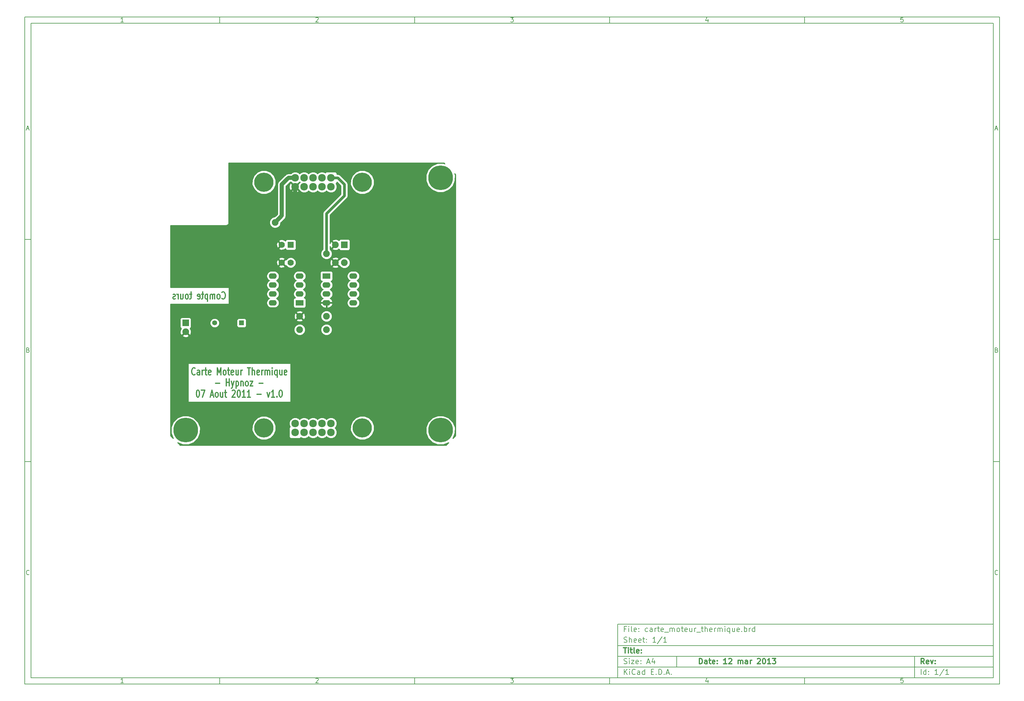
<source format=gtl>
G04 (created by PCBNEW-RS274X (2012-01-19 BZR 3256)-stable) date 12/03/2013 15:57:58*
G01*
G70*
G90*
%MOIN*%
G04 Gerber Fmt 3.4, Leading zero omitted, Abs format*
%FSLAX34Y34*%
G04 APERTURE LIST*
%ADD10C,0.006000*%
%ADD11C,0.012000*%
%ADD12C,0.075000*%
%ADD13R,0.075000X0.075000*%
%ADD14C,0.215000*%
%ADD15C,0.085000*%
%ADD16R,0.055000X0.055000*%
%ADD17C,0.055000*%
%ADD18C,0.275600*%
%ADD19R,0.090000X0.062000*%
%ADD20O,0.090000X0.062000*%
%ADD21R,0.070000X0.070000*%
%ADD22C,0.070000*%
%ADD23C,0.030000*%
%ADD24C,0.045000*%
%ADD25C,0.010000*%
G04 APERTURE END LIST*
G54D10*
X04000Y-04000D02*
X113000Y-04000D01*
X113000Y-78670D01*
X04000Y-78670D01*
X04000Y-04000D01*
X04700Y-04700D02*
X112300Y-04700D01*
X112300Y-77970D01*
X04700Y-77970D01*
X04700Y-04700D01*
X25800Y-04000D02*
X25800Y-04700D01*
X15043Y-04552D02*
X14757Y-04552D01*
X14900Y-04552D02*
X14900Y-04052D01*
X14852Y-04124D01*
X14805Y-04171D01*
X14757Y-04195D01*
X25800Y-78670D02*
X25800Y-77970D01*
X15043Y-78522D02*
X14757Y-78522D01*
X14900Y-78522D02*
X14900Y-78022D01*
X14852Y-78094D01*
X14805Y-78141D01*
X14757Y-78165D01*
X47600Y-04000D02*
X47600Y-04700D01*
X36557Y-04100D02*
X36581Y-04076D01*
X36629Y-04052D01*
X36748Y-04052D01*
X36795Y-04076D01*
X36819Y-04100D01*
X36843Y-04148D01*
X36843Y-04195D01*
X36819Y-04267D01*
X36533Y-04552D01*
X36843Y-04552D01*
X47600Y-78670D02*
X47600Y-77970D01*
X36557Y-78070D02*
X36581Y-78046D01*
X36629Y-78022D01*
X36748Y-78022D01*
X36795Y-78046D01*
X36819Y-78070D01*
X36843Y-78118D01*
X36843Y-78165D01*
X36819Y-78237D01*
X36533Y-78522D01*
X36843Y-78522D01*
X69400Y-04000D02*
X69400Y-04700D01*
X58333Y-04052D02*
X58643Y-04052D01*
X58476Y-04243D01*
X58548Y-04243D01*
X58595Y-04267D01*
X58619Y-04290D01*
X58643Y-04338D01*
X58643Y-04457D01*
X58619Y-04505D01*
X58595Y-04529D01*
X58548Y-04552D01*
X58405Y-04552D01*
X58357Y-04529D01*
X58333Y-04505D01*
X69400Y-78670D02*
X69400Y-77970D01*
X58333Y-78022D02*
X58643Y-78022D01*
X58476Y-78213D01*
X58548Y-78213D01*
X58595Y-78237D01*
X58619Y-78260D01*
X58643Y-78308D01*
X58643Y-78427D01*
X58619Y-78475D01*
X58595Y-78499D01*
X58548Y-78522D01*
X58405Y-78522D01*
X58357Y-78499D01*
X58333Y-78475D01*
X91200Y-04000D02*
X91200Y-04700D01*
X80395Y-04219D02*
X80395Y-04552D01*
X80276Y-04029D02*
X80157Y-04386D01*
X80467Y-04386D01*
X91200Y-78670D02*
X91200Y-77970D01*
X80395Y-78189D02*
X80395Y-78522D01*
X80276Y-77999D02*
X80157Y-78356D01*
X80467Y-78356D01*
X102219Y-04052D02*
X101981Y-04052D01*
X101957Y-04290D01*
X101981Y-04267D01*
X102029Y-04243D01*
X102148Y-04243D01*
X102195Y-04267D01*
X102219Y-04290D01*
X102243Y-04338D01*
X102243Y-04457D01*
X102219Y-04505D01*
X102195Y-04529D01*
X102148Y-04552D01*
X102029Y-04552D01*
X101981Y-04529D01*
X101957Y-04505D01*
X102219Y-78022D02*
X101981Y-78022D01*
X101957Y-78260D01*
X101981Y-78237D01*
X102029Y-78213D01*
X102148Y-78213D01*
X102195Y-78237D01*
X102219Y-78260D01*
X102243Y-78308D01*
X102243Y-78427D01*
X102219Y-78475D01*
X102195Y-78499D01*
X102148Y-78522D01*
X102029Y-78522D01*
X101981Y-78499D01*
X101957Y-78475D01*
X04000Y-28890D02*
X04700Y-28890D01*
X04231Y-16510D02*
X04469Y-16510D01*
X04184Y-16652D02*
X04350Y-16152D01*
X04517Y-16652D01*
X113000Y-28890D02*
X112300Y-28890D01*
X112531Y-16510D02*
X112769Y-16510D01*
X112484Y-16652D02*
X112650Y-16152D01*
X112817Y-16652D01*
X04000Y-53780D02*
X04700Y-53780D01*
X04386Y-41280D02*
X04457Y-41304D01*
X04481Y-41328D01*
X04505Y-41376D01*
X04505Y-41447D01*
X04481Y-41495D01*
X04457Y-41519D01*
X04410Y-41542D01*
X04219Y-41542D01*
X04219Y-41042D01*
X04386Y-41042D01*
X04433Y-41066D01*
X04457Y-41090D01*
X04481Y-41138D01*
X04481Y-41185D01*
X04457Y-41233D01*
X04433Y-41257D01*
X04386Y-41280D01*
X04219Y-41280D01*
X113000Y-53780D02*
X112300Y-53780D01*
X112686Y-41280D02*
X112757Y-41304D01*
X112781Y-41328D01*
X112805Y-41376D01*
X112805Y-41447D01*
X112781Y-41495D01*
X112757Y-41519D01*
X112710Y-41542D01*
X112519Y-41542D01*
X112519Y-41042D01*
X112686Y-41042D01*
X112733Y-41066D01*
X112757Y-41090D01*
X112781Y-41138D01*
X112781Y-41185D01*
X112757Y-41233D01*
X112733Y-41257D01*
X112686Y-41280D01*
X112519Y-41280D01*
X04505Y-66385D02*
X04481Y-66409D01*
X04410Y-66432D01*
X04362Y-66432D01*
X04290Y-66409D01*
X04243Y-66361D01*
X04219Y-66313D01*
X04195Y-66218D01*
X04195Y-66147D01*
X04219Y-66051D01*
X04243Y-66004D01*
X04290Y-65956D01*
X04362Y-65932D01*
X04410Y-65932D01*
X04481Y-65956D01*
X04505Y-65980D01*
X112805Y-66385D02*
X112781Y-66409D01*
X112710Y-66432D01*
X112662Y-66432D01*
X112590Y-66409D01*
X112543Y-66361D01*
X112519Y-66313D01*
X112495Y-66218D01*
X112495Y-66147D01*
X112519Y-66051D01*
X112543Y-66004D01*
X112590Y-65956D01*
X112662Y-65932D01*
X112710Y-65932D01*
X112781Y-65956D01*
X112805Y-65980D01*
G54D11*
X79443Y-76413D02*
X79443Y-75813D01*
X79586Y-75813D01*
X79671Y-75841D01*
X79729Y-75899D01*
X79757Y-75956D01*
X79786Y-76070D01*
X79786Y-76156D01*
X79757Y-76270D01*
X79729Y-76327D01*
X79671Y-76384D01*
X79586Y-76413D01*
X79443Y-76413D01*
X80300Y-76413D02*
X80300Y-76099D01*
X80271Y-76041D01*
X80214Y-76013D01*
X80100Y-76013D01*
X80043Y-76041D01*
X80300Y-76384D02*
X80243Y-76413D01*
X80100Y-76413D01*
X80043Y-76384D01*
X80014Y-76327D01*
X80014Y-76270D01*
X80043Y-76213D01*
X80100Y-76184D01*
X80243Y-76184D01*
X80300Y-76156D01*
X80500Y-76013D02*
X80729Y-76013D01*
X80586Y-75813D02*
X80586Y-76327D01*
X80614Y-76384D01*
X80672Y-76413D01*
X80729Y-76413D01*
X81157Y-76384D02*
X81100Y-76413D01*
X80986Y-76413D01*
X80929Y-76384D01*
X80900Y-76327D01*
X80900Y-76099D01*
X80929Y-76041D01*
X80986Y-76013D01*
X81100Y-76013D01*
X81157Y-76041D01*
X81186Y-76099D01*
X81186Y-76156D01*
X80900Y-76213D01*
X81443Y-76356D02*
X81471Y-76384D01*
X81443Y-76413D01*
X81414Y-76384D01*
X81443Y-76356D01*
X81443Y-76413D01*
X81443Y-76041D02*
X81471Y-76070D01*
X81443Y-76099D01*
X81414Y-76070D01*
X81443Y-76041D01*
X81443Y-76099D01*
X82500Y-76413D02*
X82157Y-76413D01*
X82329Y-76413D02*
X82329Y-75813D01*
X82272Y-75899D01*
X82214Y-75956D01*
X82157Y-75984D01*
X82728Y-75870D02*
X82757Y-75841D01*
X82814Y-75813D01*
X82957Y-75813D01*
X83014Y-75841D01*
X83043Y-75870D01*
X83071Y-75927D01*
X83071Y-75984D01*
X83043Y-76070D01*
X82700Y-76413D01*
X83071Y-76413D01*
X83785Y-76413D02*
X83785Y-76013D01*
X83785Y-76070D02*
X83813Y-76041D01*
X83871Y-76013D01*
X83956Y-76013D01*
X84013Y-76041D01*
X84042Y-76099D01*
X84042Y-76413D01*
X84042Y-76099D02*
X84071Y-76041D01*
X84128Y-76013D01*
X84213Y-76013D01*
X84271Y-76041D01*
X84299Y-76099D01*
X84299Y-76413D01*
X84842Y-76413D02*
X84842Y-76099D01*
X84813Y-76041D01*
X84756Y-76013D01*
X84642Y-76013D01*
X84585Y-76041D01*
X84842Y-76384D02*
X84785Y-76413D01*
X84642Y-76413D01*
X84585Y-76384D01*
X84556Y-76327D01*
X84556Y-76270D01*
X84585Y-76213D01*
X84642Y-76184D01*
X84785Y-76184D01*
X84842Y-76156D01*
X85128Y-76413D02*
X85128Y-76013D01*
X85128Y-76127D02*
X85156Y-76070D01*
X85185Y-76041D01*
X85242Y-76013D01*
X85299Y-76013D01*
X85927Y-75870D02*
X85956Y-75841D01*
X86013Y-75813D01*
X86156Y-75813D01*
X86213Y-75841D01*
X86242Y-75870D01*
X86270Y-75927D01*
X86270Y-75984D01*
X86242Y-76070D01*
X85899Y-76413D01*
X86270Y-76413D01*
X86641Y-75813D02*
X86698Y-75813D01*
X86755Y-75841D01*
X86784Y-75870D01*
X86813Y-75927D01*
X86841Y-76041D01*
X86841Y-76184D01*
X86813Y-76299D01*
X86784Y-76356D01*
X86755Y-76384D01*
X86698Y-76413D01*
X86641Y-76413D01*
X86584Y-76384D01*
X86555Y-76356D01*
X86527Y-76299D01*
X86498Y-76184D01*
X86498Y-76041D01*
X86527Y-75927D01*
X86555Y-75870D01*
X86584Y-75841D01*
X86641Y-75813D01*
X87412Y-76413D02*
X87069Y-76413D01*
X87241Y-76413D02*
X87241Y-75813D01*
X87184Y-75899D01*
X87126Y-75956D01*
X87069Y-75984D01*
X87612Y-75813D02*
X87983Y-75813D01*
X87783Y-76041D01*
X87869Y-76041D01*
X87926Y-76070D01*
X87955Y-76099D01*
X87983Y-76156D01*
X87983Y-76299D01*
X87955Y-76356D01*
X87926Y-76384D01*
X87869Y-76413D01*
X87697Y-76413D01*
X87640Y-76384D01*
X87612Y-76356D01*
G54D10*
X71043Y-77613D02*
X71043Y-77013D01*
X71386Y-77613D02*
X71129Y-77270D01*
X71386Y-77013D02*
X71043Y-77356D01*
X71643Y-77613D02*
X71643Y-77213D01*
X71643Y-77013D02*
X71614Y-77041D01*
X71643Y-77070D01*
X71671Y-77041D01*
X71643Y-77013D01*
X71643Y-77070D01*
X72272Y-77556D02*
X72243Y-77584D01*
X72157Y-77613D01*
X72100Y-77613D01*
X72015Y-77584D01*
X71957Y-77527D01*
X71929Y-77470D01*
X71900Y-77356D01*
X71900Y-77270D01*
X71929Y-77156D01*
X71957Y-77099D01*
X72015Y-77041D01*
X72100Y-77013D01*
X72157Y-77013D01*
X72243Y-77041D01*
X72272Y-77070D01*
X72786Y-77613D02*
X72786Y-77299D01*
X72757Y-77241D01*
X72700Y-77213D01*
X72586Y-77213D01*
X72529Y-77241D01*
X72786Y-77584D02*
X72729Y-77613D01*
X72586Y-77613D01*
X72529Y-77584D01*
X72500Y-77527D01*
X72500Y-77470D01*
X72529Y-77413D01*
X72586Y-77384D01*
X72729Y-77384D01*
X72786Y-77356D01*
X73329Y-77613D02*
X73329Y-77013D01*
X73329Y-77584D02*
X73272Y-77613D01*
X73158Y-77613D01*
X73100Y-77584D01*
X73072Y-77556D01*
X73043Y-77499D01*
X73043Y-77327D01*
X73072Y-77270D01*
X73100Y-77241D01*
X73158Y-77213D01*
X73272Y-77213D01*
X73329Y-77241D01*
X74072Y-77299D02*
X74272Y-77299D01*
X74358Y-77613D02*
X74072Y-77613D01*
X74072Y-77013D01*
X74358Y-77013D01*
X74615Y-77556D02*
X74643Y-77584D01*
X74615Y-77613D01*
X74586Y-77584D01*
X74615Y-77556D01*
X74615Y-77613D01*
X74901Y-77613D02*
X74901Y-77013D01*
X75044Y-77013D01*
X75129Y-77041D01*
X75187Y-77099D01*
X75215Y-77156D01*
X75244Y-77270D01*
X75244Y-77356D01*
X75215Y-77470D01*
X75187Y-77527D01*
X75129Y-77584D01*
X75044Y-77613D01*
X74901Y-77613D01*
X75501Y-77556D02*
X75529Y-77584D01*
X75501Y-77613D01*
X75472Y-77584D01*
X75501Y-77556D01*
X75501Y-77613D01*
X75758Y-77441D02*
X76044Y-77441D01*
X75701Y-77613D02*
X75901Y-77013D01*
X76101Y-77613D01*
X76301Y-77556D02*
X76329Y-77584D01*
X76301Y-77613D01*
X76272Y-77584D01*
X76301Y-77556D01*
X76301Y-77613D01*
G54D11*
X104586Y-76413D02*
X104386Y-76127D01*
X104243Y-76413D02*
X104243Y-75813D01*
X104471Y-75813D01*
X104529Y-75841D01*
X104557Y-75870D01*
X104586Y-75927D01*
X104586Y-76013D01*
X104557Y-76070D01*
X104529Y-76099D01*
X104471Y-76127D01*
X104243Y-76127D01*
X105071Y-76384D02*
X105014Y-76413D01*
X104900Y-76413D01*
X104843Y-76384D01*
X104814Y-76327D01*
X104814Y-76099D01*
X104843Y-76041D01*
X104900Y-76013D01*
X105014Y-76013D01*
X105071Y-76041D01*
X105100Y-76099D01*
X105100Y-76156D01*
X104814Y-76213D01*
X105300Y-76013D02*
X105443Y-76413D01*
X105585Y-76013D01*
X105814Y-76356D02*
X105842Y-76384D01*
X105814Y-76413D01*
X105785Y-76384D01*
X105814Y-76356D01*
X105814Y-76413D01*
X105814Y-76041D02*
X105842Y-76070D01*
X105814Y-76099D01*
X105785Y-76070D01*
X105814Y-76041D01*
X105814Y-76099D01*
G54D10*
X71014Y-76384D02*
X71100Y-76413D01*
X71243Y-76413D01*
X71300Y-76384D01*
X71329Y-76356D01*
X71357Y-76299D01*
X71357Y-76241D01*
X71329Y-76184D01*
X71300Y-76156D01*
X71243Y-76127D01*
X71129Y-76099D01*
X71071Y-76070D01*
X71043Y-76041D01*
X71014Y-75984D01*
X71014Y-75927D01*
X71043Y-75870D01*
X71071Y-75841D01*
X71129Y-75813D01*
X71271Y-75813D01*
X71357Y-75841D01*
X71614Y-76413D02*
X71614Y-76013D01*
X71614Y-75813D02*
X71585Y-75841D01*
X71614Y-75870D01*
X71642Y-75841D01*
X71614Y-75813D01*
X71614Y-75870D01*
X71843Y-76013D02*
X72157Y-76013D01*
X71843Y-76413D01*
X72157Y-76413D01*
X72614Y-76384D02*
X72557Y-76413D01*
X72443Y-76413D01*
X72386Y-76384D01*
X72357Y-76327D01*
X72357Y-76099D01*
X72386Y-76041D01*
X72443Y-76013D01*
X72557Y-76013D01*
X72614Y-76041D01*
X72643Y-76099D01*
X72643Y-76156D01*
X72357Y-76213D01*
X72900Y-76356D02*
X72928Y-76384D01*
X72900Y-76413D01*
X72871Y-76384D01*
X72900Y-76356D01*
X72900Y-76413D01*
X72900Y-76041D02*
X72928Y-76070D01*
X72900Y-76099D01*
X72871Y-76070D01*
X72900Y-76041D01*
X72900Y-76099D01*
X73614Y-76241D02*
X73900Y-76241D01*
X73557Y-76413D02*
X73757Y-75813D01*
X73957Y-76413D01*
X74414Y-76013D02*
X74414Y-76413D01*
X74271Y-75784D02*
X74128Y-76213D01*
X74500Y-76213D01*
X104243Y-77613D02*
X104243Y-77013D01*
X104786Y-77613D02*
X104786Y-77013D01*
X104786Y-77584D02*
X104729Y-77613D01*
X104615Y-77613D01*
X104557Y-77584D01*
X104529Y-77556D01*
X104500Y-77499D01*
X104500Y-77327D01*
X104529Y-77270D01*
X104557Y-77241D01*
X104615Y-77213D01*
X104729Y-77213D01*
X104786Y-77241D01*
X105072Y-77556D02*
X105100Y-77584D01*
X105072Y-77613D01*
X105043Y-77584D01*
X105072Y-77556D01*
X105072Y-77613D01*
X105072Y-77241D02*
X105100Y-77270D01*
X105072Y-77299D01*
X105043Y-77270D01*
X105072Y-77241D01*
X105072Y-77299D01*
X106129Y-77613D02*
X105786Y-77613D01*
X105958Y-77613D02*
X105958Y-77013D01*
X105901Y-77099D01*
X105843Y-77156D01*
X105786Y-77184D01*
X106814Y-76984D02*
X106300Y-77756D01*
X107329Y-77613D02*
X106986Y-77613D01*
X107158Y-77613D02*
X107158Y-77013D01*
X107101Y-77099D01*
X107043Y-77156D01*
X106986Y-77184D01*
G54D11*
X70957Y-74613D02*
X71300Y-74613D01*
X71129Y-75213D02*
X71129Y-74613D01*
X71500Y-75213D02*
X71500Y-74813D01*
X71500Y-74613D02*
X71471Y-74641D01*
X71500Y-74670D01*
X71528Y-74641D01*
X71500Y-74613D01*
X71500Y-74670D01*
X71700Y-74813D02*
X71929Y-74813D01*
X71786Y-74613D02*
X71786Y-75127D01*
X71814Y-75184D01*
X71872Y-75213D01*
X71929Y-75213D01*
X72215Y-75213D02*
X72157Y-75184D01*
X72129Y-75127D01*
X72129Y-74613D01*
X72671Y-75184D02*
X72614Y-75213D01*
X72500Y-75213D01*
X72443Y-75184D01*
X72414Y-75127D01*
X72414Y-74899D01*
X72443Y-74841D01*
X72500Y-74813D01*
X72614Y-74813D01*
X72671Y-74841D01*
X72700Y-74899D01*
X72700Y-74956D01*
X72414Y-75013D01*
X72957Y-75156D02*
X72985Y-75184D01*
X72957Y-75213D01*
X72928Y-75184D01*
X72957Y-75156D01*
X72957Y-75213D01*
X72957Y-74841D02*
X72985Y-74870D01*
X72957Y-74899D01*
X72928Y-74870D01*
X72957Y-74841D01*
X72957Y-74899D01*
G54D10*
X71243Y-72499D02*
X71043Y-72499D01*
X71043Y-72813D02*
X71043Y-72213D01*
X71329Y-72213D01*
X71557Y-72813D02*
X71557Y-72413D01*
X71557Y-72213D02*
X71528Y-72241D01*
X71557Y-72270D01*
X71585Y-72241D01*
X71557Y-72213D01*
X71557Y-72270D01*
X71929Y-72813D02*
X71871Y-72784D01*
X71843Y-72727D01*
X71843Y-72213D01*
X72385Y-72784D02*
X72328Y-72813D01*
X72214Y-72813D01*
X72157Y-72784D01*
X72128Y-72727D01*
X72128Y-72499D01*
X72157Y-72441D01*
X72214Y-72413D01*
X72328Y-72413D01*
X72385Y-72441D01*
X72414Y-72499D01*
X72414Y-72556D01*
X72128Y-72613D01*
X72671Y-72756D02*
X72699Y-72784D01*
X72671Y-72813D01*
X72642Y-72784D01*
X72671Y-72756D01*
X72671Y-72813D01*
X72671Y-72441D02*
X72699Y-72470D01*
X72671Y-72499D01*
X72642Y-72470D01*
X72671Y-72441D01*
X72671Y-72499D01*
X73671Y-72784D02*
X73614Y-72813D01*
X73500Y-72813D01*
X73442Y-72784D01*
X73414Y-72756D01*
X73385Y-72699D01*
X73385Y-72527D01*
X73414Y-72470D01*
X73442Y-72441D01*
X73500Y-72413D01*
X73614Y-72413D01*
X73671Y-72441D01*
X74185Y-72813D02*
X74185Y-72499D01*
X74156Y-72441D01*
X74099Y-72413D01*
X73985Y-72413D01*
X73928Y-72441D01*
X74185Y-72784D02*
X74128Y-72813D01*
X73985Y-72813D01*
X73928Y-72784D01*
X73899Y-72727D01*
X73899Y-72670D01*
X73928Y-72613D01*
X73985Y-72584D01*
X74128Y-72584D01*
X74185Y-72556D01*
X74471Y-72813D02*
X74471Y-72413D01*
X74471Y-72527D02*
X74499Y-72470D01*
X74528Y-72441D01*
X74585Y-72413D01*
X74642Y-72413D01*
X74756Y-72413D02*
X74985Y-72413D01*
X74842Y-72213D02*
X74842Y-72727D01*
X74870Y-72784D01*
X74928Y-72813D01*
X74985Y-72813D01*
X75413Y-72784D02*
X75356Y-72813D01*
X75242Y-72813D01*
X75185Y-72784D01*
X75156Y-72727D01*
X75156Y-72499D01*
X75185Y-72441D01*
X75242Y-72413D01*
X75356Y-72413D01*
X75413Y-72441D01*
X75442Y-72499D01*
X75442Y-72556D01*
X75156Y-72613D01*
X75556Y-72870D02*
X76013Y-72870D01*
X76156Y-72813D02*
X76156Y-72413D01*
X76156Y-72470D02*
X76184Y-72441D01*
X76242Y-72413D01*
X76327Y-72413D01*
X76384Y-72441D01*
X76413Y-72499D01*
X76413Y-72813D01*
X76413Y-72499D02*
X76442Y-72441D01*
X76499Y-72413D01*
X76584Y-72413D01*
X76642Y-72441D01*
X76670Y-72499D01*
X76670Y-72813D01*
X77042Y-72813D02*
X76984Y-72784D01*
X76956Y-72756D01*
X76927Y-72699D01*
X76927Y-72527D01*
X76956Y-72470D01*
X76984Y-72441D01*
X77042Y-72413D01*
X77127Y-72413D01*
X77184Y-72441D01*
X77213Y-72470D01*
X77242Y-72527D01*
X77242Y-72699D01*
X77213Y-72756D01*
X77184Y-72784D01*
X77127Y-72813D01*
X77042Y-72813D01*
X77413Y-72413D02*
X77642Y-72413D01*
X77499Y-72213D02*
X77499Y-72727D01*
X77527Y-72784D01*
X77585Y-72813D01*
X77642Y-72813D01*
X78070Y-72784D02*
X78013Y-72813D01*
X77899Y-72813D01*
X77842Y-72784D01*
X77813Y-72727D01*
X77813Y-72499D01*
X77842Y-72441D01*
X77899Y-72413D01*
X78013Y-72413D01*
X78070Y-72441D01*
X78099Y-72499D01*
X78099Y-72556D01*
X77813Y-72613D01*
X78613Y-72413D02*
X78613Y-72813D01*
X78356Y-72413D02*
X78356Y-72727D01*
X78384Y-72784D01*
X78442Y-72813D01*
X78527Y-72813D01*
X78584Y-72784D01*
X78613Y-72756D01*
X78899Y-72813D02*
X78899Y-72413D01*
X78899Y-72527D02*
X78927Y-72470D01*
X78956Y-72441D01*
X79013Y-72413D01*
X79070Y-72413D01*
X79127Y-72870D02*
X79584Y-72870D01*
X79641Y-72413D02*
X79870Y-72413D01*
X79727Y-72213D02*
X79727Y-72727D01*
X79755Y-72784D01*
X79813Y-72813D01*
X79870Y-72813D01*
X80070Y-72813D02*
X80070Y-72213D01*
X80327Y-72813D02*
X80327Y-72499D01*
X80298Y-72441D01*
X80241Y-72413D01*
X80156Y-72413D01*
X80098Y-72441D01*
X80070Y-72470D01*
X80841Y-72784D02*
X80784Y-72813D01*
X80670Y-72813D01*
X80613Y-72784D01*
X80584Y-72727D01*
X80584Y-72499D01*
X80613Y-72441D01*
X80670Y-72413D01*
X80784Y-72413D01*
X80841Y-72441D01*
X80870Y-72499D01*
X80870Y-72556D01*
X80584Y-72613D01*
X81127Y-72813D02*
X81127Y-72413D01*
X81127Y-72527D02*
X81155Y-72470D01*
X81184Y-72441D01*
X81241Y-72413D01*
X81298Y-72413D01*
X81498Y-72813D02*
X81498Y-72413D01*
X81498Y-72470D02*
X81526Y-72441D01*
X81584Y-72413D01*
X81669Y-72413D01*
X81726Y-72441D01*
X81755Y-72499D01*
X81755Y-72813D01*
X81755Y-72499D02*
X81784Y-72441D01*
X81841Y-72413D01*
X81926Y-72413D01*
X81984Y-72441D01*
X82012Y-72499D01*
X82012Y-72813D01*
X82298Y-72813D02*
X82298Y-72413D01*
X82298Y-72213D02*
X82269Y-72241D01*
X82298Y-72270D01*
X82326Y-72241D01*
X82298Y-72213D01*
X82298Y-72270D01*
X82841Y-72413D02*
X82841Y-73013D01*
X82841Y-72784D02*
X82784Y-72813D01*
X82670Y-72813D01*
X82612Y-72784D01*
X82584Y-72756D01*
X82555Y-72699D01*
X82555Y-72527D01*
X82584Y-72470D01*
X82612Y-72441D01*
X82670Y-72413D01*
X82784Y-72413D01*
X82841Y-72441D01*
X83384Y-72413D02*
X83384Y-72813D01*
X83127Y-72413D02*
X83127Y-72727D01*
X83155Y-72784D01*
X83213Y-72813D01*
X83298Y-72813D01*
X83355Y-72784D01*
X83384Y-72756D01*
X83898Y-72784D02*
X83841Y-72813D01*
X83727Y-72813D01*
X83670Y-72784D01*
X83641Y-72727D01*
X83641Y-72499D01*
X83670Y-72441D01*
X83727Y-72413D01*
X83841Y-72413D01*
X83898Y-72441D01*
X83927Y-72499D01*
X83927Y-72556D01*
X83641Y-72613D01*
X84184Y-72756D02*
X84212Y-72784D01*
X84184Y-72813D01*
X84155Y-72784D01*
X84184Y-72756D01*
X84184Y-72813D01*
X84470Y-72813D02*
X84470Y-72213D01*
X84470Y-72441D02*
X84527Y-72413D01*
X84641Y-72413D01*
X84698Y-72441D01*
X84727Y-72470D01*
X84756Y-72527D01*
X84756Y-72699D01*
X84727Y-72756D01*
X84698Y-72784D01*
X84641Y-72813D01*
X84527Y-72813D01*
X84470Y-72784D01*
X85013Y-72813D02*
X85013Y-72413D01*
X85013Y-72527D02*
X85041Y-72470D01*
X85070Y-72441D01*
X85127Y-72413D01*
X85184Y-72413D01*
X85641Y-72813D02*
X85641Y-72213D01*
X85641Y-72784D02*
X85584Y-72813D01*
X85470Y-72813D01*
X85412Y-72784D01*
X85384Y-72756D01*
X85355Y-72699D01*
X85355Y-72527D01*
X85384Y-72470D01*
X85412Y-72441D01*
X85470Y-72413D01*
X85584Y-72413D01*
X85641Y-72441D01*
X71014Y-73984D02*
X71100Y-74013D01*
X71243Y-74013D01*
X71300Y-73984D01*
X71329Y-73956D01*
X71357Y-73899D01*
X71357Y-73841D01*
X71329Y-73784D01*
X71300Y-73756D01*
X71243Y-73727D01*
X71129Y-73699D01*
X71071Y-73670D01*
X71043Y-73641D01*
X71014Y-73584D01*
X71014Y-73527D01*
X71043Y-73470D01*
X71071Y-73441D01*
X71129Y-73413D01*
X71271Y-73413D01*
X71357Y-73441D01*
X71614Y-74013D02*
X71614Y-73413D01*
X71871Y-74013D02*
X71871Y-73699D01*
X71842Y-73641D01*
X71785Y-73613D01*
X71700Y-73613D01*
X71642Y-73641D01*
X71614Y-73670D01*
X72385Y-73984D02*
X72328Y-74013D01*
X72214Y-74013D01*
X72157Y-73984D01*
X72128Y-73927D01*
X72128Y-73699D01*
X72157Y-73641D01*
X72214Y-73613D01*
X72328Y-73613D01*
X72385Y-73641D01*
X72414Y-73699D01*
X72414Y-73756D01*
X72128Y-73813D01*
X72899Y-73984D02*
X72842Y-74013D01*
X72728Y-74013D01*
X72671Y-73984D01*
X72642Y-73927D01*
X72642Y-73699D01*
X72671Y-73641D01*
X72728Y-73613D01*
X72842Y-73613D01*
X72899Y-73641D01*
X72928Y-73699D01*
X72928Y-73756D01*
X72642Y-73813D01*
X73099Y-73613D02*
X73328Y-73613D01*
X73185Y-73413D02*
X73185Y-73927D01*
X73213Y-73984D01*
X73271Y-74013D01*
X73328Y-74013D01*
X73528Y-73956D02*
X73556Y-73984D01*
X73528Y-74013D01*
X73499Y-73984D01*
X73528Y-73956D01*
X73528Y-74013D01*
X73528Y-73641D02*
X73556Y-73670D01*
X73528Y-73699D01*
X73499Y-73670D01*
X73528Y-73641D01*
X73528Y-73699D01*
X74585Y-74013D02*
X74242Y-74013D01*
X74414Y-74013D02*
X74414Y-73413D01*
X74357Y-73499D01*
X74299Y-73556D01*
X74242Y-73584D01*
X75270Y-73384D02*
X74756Y-74156D01*
X75785Y-74013D02*
X75442Y-74013D01*
X75614Y-74013D02*
X75614Y-73413D01*
X75557Y-73499D01*
X75499Y-73556D01*
X75442Y-73584D01*
X70300Y-71970D02*
X70300Y-77970D01*
X70300Y-71970D02*
X112300Y-71970D01*
X70300Y-71970D02*
X112300Y-71970D01*
X70300Y-74370D02*
X112300Y-74370D01*
X103500Y-75570D02*
X103500Y-77970D01*
X70300Y-76770D02*
X112300Y-76770D01*
X70300Y-75570D02*
X112300Y-75570D01*
X76900Y-75570D02*
X76900Y-76770D01*
G54D11*
X26057Y-35498D02*
X26086Y-35536D01*
X26172Y-35574D01*
X26229Y-35574D01*
X26314Y-35536D01*
X26372Y-35460D01*
X26400Y-35383D01*
X26429Y-35231D01*
X26429Y-35117D01*
X26400Y-34964D01*
X26372Y-34888D01*
X26314Y-34812D01*
X26229Y-34774D01*
X26172Y-34774D01*
X26086Y-34812D01*
X26057Y-34850D01*
X25714Y-35574D02*
X25772Y-35536D01*
X25800Y-35498D01*
X25829Y-35421D01*
X25829Y-35193D01*
X25800Y-35117D01*
X25772Y-35079D01*
X25714Y-35040D01*
X25629Y-35040D01*
X25572Y-35079D01*
X25543Y-35117D01*
X25514Y-35193D01*
X25514Y-35421D01*
X25543Y-35498D01*
X25572Y-35536D01*
X25629Y-35574D01*
X25714Y-35574D01*
X25257Y-35574D02*
X25257Y-35040D01*
X25257Y-35117D02*
X25229Y-35079D01*
X25171Y-35040D01*
X25086Y-35040D01*
X25029Y-35079D01*
X25000Y-35155D01*
X25000Y-35574D01*
X25000Y-35155D02*
X24971Y-35079D01*
X24914Y-35040D01*
X24829Y-35040D01*
X24771Y-35079D01*
X24743Y-35155D01*
X24743Y-35574D01*
X24457Y-35040D02*
X24457Y-35840D01*
X24457Y-35079D02*
X24400Y-35040D01*
X24286Y-35040D01*
X24229Y-35079D01*
X24200Y-35117D01*
X24171Y-35193D01*
X24171Y-35421D01*
X24200Y-35498D01*
X24229Y-35536D01*
X24286Y-35574D01*
X24400Y-35574D01*
X24457Y-35536D01*
X24000Y-35040D02*
X23771Y-35040D01*
X23914Y-34774D02*
X23914Y-35460D01*
X23886Y-35536D01*
X23828Y-35574D01*
X23771Y-35574D01*
X23343Y-35536D02*
X23400Y-35574D01*
X23514Y-35574D01*
X23571Y-35536D01*
X23600Y-35460D01*
X23600Y-35155D01*
X23571Y-35079D01*
X23514Y-35040D01*
X23400Y-35040D01*
X23343Y-35079D01*
X23314Y-35155D01*
X23314Y-35231D01*
X23600Y-35307D01*
X22686Y-35040D02*
X22457Y-35040D01*
X22600Y-34774D02*
X22600Y-35460D01*
X22572Y-35536D01*
X22514Y-35574D01*
X22457Y-35574D01*
X22171Y-35574D02*
X22229Y-35536D01*
X22257Y-35498D01*
X22286Y-35421D01*
X22286Y-35193D01*
X22257Y-35117D01*
X22229Y-35079D01*
X22171Y-35040D01*
X22086Y-35040D01*
X22029Y-35079D01*
X22000Y-35117D01*
X21971Y-35193D01*
X21971Y-35421D01*
X22000Y-35498D01*
X22029Y-35536D01*
X22086Y-35574D01*
X22171Y-35574D01*
X21457Y-35040D02*
X21457Y-35574D01*
X21714Y-35040D02*
X21714Y-35460D01*
X21686Y-35536D01*
X21628Y-35574D01*
X21543Y-35574D01*
X21486Y-35536D01*
X21457Y-35498D01*
X21171Y-35574D02*
X21171Y-35040D01*
X21171Y-35193D02*
X21143Y-35117D01*
X21114Y-35079D01*
X21057Y-35040D01*
X21000Y-35040D01*
X20829Y-35536D02*
X20772Y-35574D01*
X20657Y-35574D01*
X20600Y-35536D01*
X20572Y-35460D01*
X20572Y-35421D01*
X20600Y-35345D01*
X20657Y-35307D01*
X20743Y-35307D01*
X20800Y-35269D01*
X20829Y-35193D01*
X20829Y-35155D01*
X20800Y-35079D01*
X20743Y-35040D01*
X20657Y-35040D01*
X20600Y-35079D01*
X23058Y-43998D02*
X23029Y-44036D01*
X22943Y-44074D01*
X22886Y-44074D01*
X22801Y-44036D01*
X22743Y-43960D01*
X22715Y-43883D01*
X22686Y-43731D01*
X22686Y-43617D01*
X22715Y-43464D01*
X22743Y-43388D01*
X22801Y-43312D01*
X22886Y-43274D01*
X22943Y-43274D01*
X23029Y-43312D01*
X23058Y-43350D01*
X23572Y-44074D02*
X23572Y-43655D01*
X23543Y-43579D01*
X23486Y-43540D01*
X23372Y-43540D01*
X23315Y-43579D01*
X23572Y-44036D02*
X23515Y-44074D01*
X23372Y-44074D01*
X23315Y-44036D01*
X23286Y-43960D01*
X23286Y-43883D01*
X23315Y-43807D01*
X23372Y-43769D01*
X23515Y-43769D01*
X23572Y-43731D01*
X23858Y-44074D02*
X23858Y-43540D01*
X23858Y-43693D02*
X23886Y-43617D01*
X23915Y-43579D01*
X23972Y-43540D01*
X24029Y-43540D01*
X24143Y-43540D02*
X24372Y-43540D01*
X24229Y-43274D02*
X24229Y-43960D01*
X24257Y-44036D01*
X24315Y-44074D01*
X24372Y-44074D01*
X24800Y-44036D02*
X24743Y-44074D01*
X24629Y-44074D01*
X24572Y-44036D01*
X24543Y-43960D01*
X24543Y-43655D01*
X24572Y-43579D01*
X24629Y-43540D01*
X24743Y-43540D01*
X24800Y-43579D01*
X24829Y-43655D01*
X24829Y-43731D01*
X24543Y-43807D01*
X25543Y-44074D02*
X25543Y-43274D01*
X25743Y-43845D01*
X25943Y-43274D01*
X25943Y-44074D01*
X26315Y-44074D02*
X26257Y-44036D01*
X26229Y-43998D01*
X26200Y-43921D01*
X26200Y-43693D01*
X26229Y-43617D01*
X26257Y-43579D01*
X26315Y-43540D01*
X26400Y-43540D01*
X26457Y-43579D01*
X26486Y-43617D01*
X26515Y-43693D01*
X26515Y-43921D01*
X26486Y-43998D01*
X26457Y-44036D01*
X26400Y-44074D01*
X26315Y-44074D01*
X26686Y-43540D02*
X26915Y-43540D01*
X26772Y-43274D02*
X26772Y-43960D01*
X26800Y-44036D01*
X26858Y-44074D01*
X26915Y-44074D01*
X27343Y-44036D02*
X27286Y-44074D01*
X27172Y-44074D01*
X27115Y-44036D01*
X27086Y-43960D01*
X27086Y-43655D01*
X27115Y-43579D01*
X27172Y-43540D01*
X27286Y-43540D01*
X27343Y-43579D01*
X27372Y-43655D01*
X27372Y-43731D01*
X27086Y-43807D01*
X27886Y-43540D02*
X27886Y-44074D01*
X27629Y-43540D02*
X27629Y-43960D01*
X27657Y-44036D01*
X27715Y-44074D01*
X27800Y-44074D01*
X27857Y-44036D01*
X27886Y-43998D01*
X28172Y-44074D02*
X28172Y-43540D01*
X28172Y-43693D02*
X28200Y-43617D01*
X28229Y-43579D01*
X28286Y-43540D01*
X28343Y-43540D01*
X28914Y-43274D02*
X29257Y-43274D01*
X29086Y-44074D02*
X29086Y-43274D01*
X29457Y-44074D02*
X29457Y-43274D01*
X29714Y-44074D02*
X29714Y-43655D01*
X29685Y-43579D01*
X29628Y-43540D01*
X29543Y-43540D01*
X29485Y-43579D01*
X29457Y-43617D01*
X30228Y-44036D02*
X30171Y-44074D01*
X30057Y-44074D01*
X30000Y-44036D01*
X29971Y-43960D01*
X29971Y-43655D01*
X30000Y-43579D01*
X30057Y-43540D01*
X30171Y-43540D01*
X30228Y-43579D01*
X30257Y-43655D01*
X30257Y-43731D01*
X29971Y-43807D01*
X30514Y-44074D02*
X30514Y-43540D01*
X30514Y-43693D02*
X30542Y-43617D01*
X30571Y-43579D01*
X30628Y-43540D01*
X30685Y-43540D01*
X30885Y-44074D02*
X30885Y-43540D01*
X30885Y-43617D02*
X30913Y-43579D01*
X30971Y-43540D01*
X31056Y-43540D01*
X31113Y-43579D01*
X31142Y-43655D01*
X31142Y-44074D01*
X31142Y-43655D02*
X31171Y-43579D01*
X31228Y-43540D01*
X31313Y-43540D01*
X31371Y-43579D01*
X31399Y-43655D01*
X31399Y-44074D01*
X31685Y-44074D02*
X31685Y-43540D01*
X31685Y-43274D02*
X31656Y-43312D01*
X31685Y-43350D01*
X31713Y-43312D01*
X31685Y-43274D01*
X31685Y-43350D01*
X32228Y-43540D02*
X32228Y-44340D01*
X32228Y-44036D02*
X32171Y-44074D01*
X32057Y-44074D01*
X31999Y-44036D01*
X31971Y-43998D01*
X31942Y-43921D01*
X31942Y-43693D01*
X31971Y-43617D01*
X31999Y-43579D01*
X32057Y-43540D01*
X32171Y-43540D01*
X32228Y-43579D01*
X32771Y-43540D02*
X32771Y-44074D01*
X32514Y-43540D02*
X32514Y-43960D01*
X32542Y-44036D01*
X32600Y-44074D01*
X32685Y-44074D01*
X32742Y-44036D01*
X32771Y-43998D01*
X33285Y-44036D02*
X33228Y-44074D01*
X33114Y-44074D01*
X33057Y-44036D01*
X33028Y-43960D01*
X33028Y-43655D01*
X33057Y-43579D01*
X33114Y-43540D01*
X33228Y-43540D01*
X33285Y-43579D01*
X33314Y-43655D01*
X33314Y-43731D01*
X33028Y-43807D01*
X25343Y-45009D02*
X25800Y-45009D01*
X26543Y-45314D02*
X26543Y-44514D01*
X26543Y-44895D02*
X26886Y-44895D01*
X26886Y-45314D02*
X26886Y-44514D01*
X27115Y-44780D02*
X27258Y-45314D01*
X27400Y-44780D02*
X27258Y-45314D01*
X27200Y-45504D01*
X27172Y-45542D01*
X27115Y-45580D01*
X27629Y-44780D02*
X27629Y-45580D01*
X27629Y-44819D02*
X27686Y-44780D01*
X27800Y-44780D01*
X27857Y-44819D01*
X27886Y-44857D01*
X27915Y-44933D01*
X27915Y-45161D01*
X27886Y-45238D01*
X27857Y-45276D01*
X27800Y-45314D01*
X27686Y-45314D01*
X27629Y-45276D01*
X28172Y-44780D02*
X28172Y-45314D01*
X28172Y-44857D02*
X28200Y-44819D01*
X28258Y-44780D01*
X28343Y-44780D01*
X28400Y-44819D01*
X28429Y-44895D01*
X28429Y-45314D01*
X28801Y-45314D02*
X28743Y-45276D01*
X28715Y-45238D01*
X28686Y-45161D01*
X28686Y-44933D01*
X28715Y-44857D01*
X28743Y-44819D01*
X28801Y-44780D01*
X28886Y-44780D01*
X28943Y-44819D01*
X28972Y-44857D01*
X29001Y-44933D01*
X29001Y-45161D01*
X28972Y-45238D01*
X28943Y-45276D01*
X28886Y-45314D01*
X28801Y-45314D01*
X29201Y-44780D02*
X29515Y-44780D01*
X29201Y-45314D01*
X29515Y-45314D01*
X30201Y-45009D02*
X30658Y-45009D01*
X23345Y-45754D02*
X23402Y-45754D01*
X23459Y-45792D01*
X23488Y-45830D01*
X23517Y-45906D01*
X23545Y-46059D01*
X23545Y-46249D01*
X23517Y-46401D01*
X23488Y-46478D01*
X23459Y-46516D01*
X23402Y-46554D01*
X23345Y-46554D01*
X23288Y-46516D01*
X23259Y-46478D01*
X23231Y-46401D01*
X23202Y-46249D01*
X23202Y-46059D01*
X23231Y-45906D01*
X23259Y-45830D01*
X23288Y-45792D01*
X23345Y-45754D01*
X23745Y-45754D02*
X24145Y-45754D01*
X23888Y-46554D01*
X24801Y-46325D02*
X25087Y-46325D01*
X24744Y-46554D02*
X24944Y-45754D01*
X25144Y-46554D01*
X25430Y-46554D02*
X25372Y-46516D01*
X25344Y-46478D01*
X25315Y-46401D01*
X25315Y-46173D01*
X25344Y-46097D01*
X25372Y-46059D01*
X25430Y-46020D01*
X25515Y-46020D01*
X25572Y-46059D01*
X25601Y-46097D01*
X25630Y-46173D01*
X25630Y-46401D01*
X25601Y-46478D01*
X25572Y-46516D01*
X25515Y-46554D01*
X25430Y-46554D01*
X26144Y-46020D02*
X26144Y-46554D01*
X25887Y-46020D02*
X25887Y-46440D01*
X25915Y-46516D01*
X25973Y-46554D01*
X26058Y-46554D01*
X26115Y-46516D01*
X26144Y-46478D01*
X26344Y-46020D02*
X26573Y-46020D01*
X26430Y-45754D02*
X26430Y-46440D01*
X26458Y-46516D01*
X26516Y-46554D01*
X26573Y-46554D01*
X27201Y-45830D02*
X27230Y-45792D01*
X27287Y-45754D01*
X27430Y-45754D01*
X27487Y-45792D01*
X27516Y-45830D01*
X27544Y-45906D01*
X27544Y-45982D01*
X27516Y-46097D01*
X27173Y-46554D01*
X27544Y-46554D01*
X27915Y-45754D02*
X27972Y-45754D01*
X28029Y-45792D01*
X28058Y-45830D01*
X28087Y-45906D01*
X28115Y-46059D01*
X28115Y-46249D01*
X28087Y-46401D01*
X28058Y-46478D01*
X28029Y-46516D01*
X27972Y-46554D01*
X27915Y-46554D01*
X27858Y-46516D01*
X27829Y-46478D01*
X27801Y-46401D01*
X27772Y-46249D01*
X27772Y-46059D01*
X27801Y-45906D01*
X27829Y-45830D01*
X27858Y-45792D01*
X27915Y-45754D01*
X28686Y-46554D02*
X28343Y-46554D01*
X28515Y-46554D02*
X28515Y-45754D01*
X28458Y-45868D01*
X28400Y-45944D01*
X28343Y-45982D01*
X29257Y-46554D02*
X28914Y-46554D01*
X29086Y-46554D02*
X29086Y-45754D01*
X29029Y-45868D01*
X28971Y-45944D01*
X28914Y-45982D01*
X29971Y-46249D02*
X30428Y-46249D01*
X31114Y-46020D02*
X31257Y-46554D01*
X31399Y-46020D01*
X31942Y-46554D02*
X31599Y-46554D01*
X31771Y-46554D02*
X31771Y-45754D01*
X31714Y-45868D01*
X31656Y-45944D01*
X31599Y-45982D01*
X32199Y-46478D02*
X32227Y-46516D01*
X32199Y-46554D01*
X32170Y-46516D01*
X32199Y-46478D01*
X32199Y-46554D01*
X32599Y-45754D02*
X32656Y-45754D01*
X32713Y-45792D01*
X32742Y-45830D01*
X32771Y-45906D01*
X32799Y-46059D01*
X32799Y-46249D01*
X32771Y-46401D01*
X32742Y-46478D01*
X32713Y-46516D01*
X32656Y-46554D01*
X32599Y-46554D01*
X32542Y-46516D01*
X32513Y-46478D01*
X32485Y-46401D01*
X32456Y-46249D01*
X32456Y-46059D01*
X32485Y-45906D01*
X32513Y-45830D01*
X32542Y-45792D01*
X32599Y-45754D01*
G54D12*
X37750Y-39000D03*
X34750Y-39000D03*
X34750Y-37500D03*
X37750Y-37500D03*
G54D13*
X22000Y-38250D03*
G54D12*
X22000Y-39250D03*
G54D14*
X41750Y-22500D03*
X30750Y-22500D03*
G54D15*
X38250Y-22000D03*
X38250Y-23000D03*
X37250Y-22000D03*
X37250Y-23000D03*
X36250Y-22000D03*
X36250Y-23000D03*
X35250Y-22000D03*
X35250Y-23000D03*
X34250Y-22000D03*
X34250Y-23000D03*
G54D14*
X30750Y-50000D03*
X41750Y-50000D03*
G54D15*
X34250Y-50500D03*
X34250Y-49500D03*
X35250Y-50500D03*
X35250Y-49500D03*
X36250Y-50500D03*
X36250Y-49500D03*
X37250Y-50500D03*
X37250Y-49500D03*
X38250Y-50500D03*
X38250Y-49500D03*
G54D16*
X28250Y-38250D03*
G54D17*
X25250Y-38250D03*
G54D13*
X39750Y-29500D03*
G54D12*
X38750Y-29500D03*
X38750Y-31500D03*
X39750Y-31500D03*
G54D18*
X22000Y-50250D03*
X50500Y-50250D03*
X50500Y-22000D03*
G54D19*
X37750Y-33000D03*
G54D20*
X37750Y-34000D03*
X37750Y-35000D03*
X37750Y-36000D03*
X40750Y-36000D03*
X40750Y-35000D03*
X40750Y-34000D03*
X40750Y-33000D03*
G54D19*
X34750Y-36000D03*
G54D20*
X34750Y-35000D03*
X34750Y-34000D03*
X34750Y-33000D03*
X31750Y-33000D03*
X31750Y-34000D03*
X31750Y-35000D03*
X31750Y-36000D03*
G54D21*
X33750Y-29500D03*
G54D22*
X32750Y-29500D03*
X32750Y-31500D03*
X33750Y-31500D03*
G54D12*
X37750Y-30500D03*
X34250Y-26250D03*
X32000Y-27000D03*
G54D23*
X38250Y-22000D02*
X39000Y-22000D01*
X37750Y-26000D02*
X37750Y-30500D01*
X39750Y-24000D02*
X37750Y-26000D01*
X39000Y-22000D02*
X39750Y-22750D01*
X39750Y-22750D02*
X39750Y-24000D01*
G54D24*
X34250Y-23000D02*
X34250Y-26250D01*
X32750Y-26250D02*
X32750Y-22750D01*
X33500Y-22000D02*
X34250Y-22000D01*
X32750Y-22750D02*
X33500Y-22000D01*
X32000Y-27000D02*
X32750Y-26250D01*
G54D10*
G36*
X52175Y-50865D02*
X51885Y-51155D01*
X52126Y-50575D01*
X52127Y-49928D01*
X51880Y-49330D01*
X51423Y-48872D01*
X50825Y-48624D01*
X50178Y-48623D01*
X49580Y-48870D01*
X49122Y-49327D01*
X48874Y-49925D01*
X48873Y-50572D01*
X49120Y-51170D01*
X49577Y-51628D01*
X50175Y-51876D01*
X50822Y-51877D01*
X51403Y-51636D01*
X51115Y-51925D01*
X43074Y-51925D01*
X43074Y-49738D01*
X43074Y-22238D01*
X42873Y-21751D01*
X42501Y-21379D01*
X42015Y-21177D01*
X41488Y-21176D01*
X41001Y-21377D01*
X40629Y-21749D01*
X40427Y-22235D01*
X40426Y-22762D01*
X40627Y-23249D01*
X40999Y-23621D01*
X41485Y-23823D01*
X42012Y-23824D01*
X42499Y-23623D01*
X42871Y-23251D01*
X43073Y-22765D01*
X43074Y-22238D01*
X43074Y-49738D01*
X42873Y-49251D01*
X42501Y-48879D01*
X42015Y-48677D01*
X41488Y-48676D01*
X41452Y-48690D01*
X41452Y-36109D01*
X41452Y-35891D01*
X41368Y-35689D01*
X41214Y-35535D01*
X41129Y-35500D01*
X41214Y-35465D01*
X41368Y-35311D01*
X41452Y-35109D01*
X41452Y-34891D01*
X41368Y-34689D01*
X41214Y-34535D01*
X41129Y-34500D01*
X41214Y-34465D01*
X41368Y-34311D01*
X41452Y-34109D01*
X41452Y-33891D01*
X41368Y-33689D01*
X41214Y-33535D01*
X41129Y-33500D01*
X41214Y-33465D01*
X41368Y-33311D01*
X41452Y-33109D01*
X41452Y-32891D01*
X41368Y-32689D01*
X41214Y-32535D01*
X41012Y-32451D01*
X40794Y-32451D01*
X40488Y-32451D01*
X40375Y-32497D01*
X40375Y-31625D01*
X40375Y-31376D01*
X40374Y-31373D01*
X40374Y-29925D01*
X40374Y-29826D01*
X40374Y-29076D01*
X40336Y-28984D01*
X40266Y-28914D01*
X40175Y-28876D01*
X40150Y-28876D01*
X40150Y-24000D01*
X40150Y-22750D01*
X40120Y-22597D01*
X40119Y-22596D01*
X40033Y-22467D01*
X40029Y-22464D01*
X39283Y-21717D01*
X39153Y-21630D01*
X39000Y-21600D01*
X38924Y-21600D01*
X38924Y-21526D01*
X38886Y-21434D01*
X38816Y-21364D01*
X38725Y-21326D01*
X38626Y-21326D01*
X37776Y-21326D01*
X37684Y-21364D01*
X37623Y-21424D01*
X37385Y-21325D01*
X37116Y-21325D01*
X36868Y-21428D01*
X36749Y-21545D01*
X36633Y-21428D01*
X36385Y-21325D01*
X36116Y-21325D01*
X35868Y-21428D01*
X35749Y-21545D01*
X35633Y-21428D01*
X35385Y-21325D01*
X35116Y-21325D01*
X34868Y-21428D01*
X34749Y-21545D01*
X34633Y-21428D01*
X34385Y-21325D01*
X34116Y-21325D01*
X33868Y-21428D01*
X33770Y-21525D01*
X33500Y-21525D01*
X33318Y-21561D01*
X33164Y-21664D01*
X33161Y-21667D01*
X32414Y-22414D01*
X32311Y-22568D01*
X32275Y-22750D01*
X32275Y-26053D01*
X32074Y-26254D01*
X32074Y-22238D01*
X31873Y-21751D01*
X31501Y-21379D01*
X31015Y-21177D01*
X30488Y-21176D01*
X30001Y-21377D01*
X29629Y-21749D01*
X29427Y-22235D01*
X29426Y-22762D01*
X29627Y-23249D01*
X29999Y-23621D01*
X30485Y-23823D01*
X31012Y-23824D01*
X31499Y-23623D01*
X31871Y-23251D01*
X32073Y-22765D01*
X32074Y-22238D01*
X32074Y-26254D01*
X31953Y-26375D01*
X31876Y-26375D01*
X31646Y-26470D01*
X31470Y-26646D01*
X31375Y-26875D01*
X31375Y-27124D01*
X31470Y-27354D01*
X31646Y-27530D01*
X31875Y-27625D01*
X32124Y-27625D01*
X32354Y-27530D01*
X32530Y-27354D01*
X32625Y-27125D01*
X32625Y-27046D01*
X33082Y-26588D01*
X33085Y-26586D01*
X33086Y-26586D01*
X33189Y-26432D01*
X33225Y-26250D01*
X33225Y-22946D01*
X33696Y-22475D01*
X33770Y-22475D01*
X33867Y-22572D01*
X33911Y-22590D01*
X34250Y-22929D01*
X34589Y-22589D01*
X34632Y-22572D01*
X34750Y-22454D01*
X34795Y-22500D01*
X34678Y-22617D01*
X34659Y-22661D01*
X34321Y-23000D01*
X34660Y-23339D01*
X34678Y-23382D01*
X34867Y-23572D01*
X35115Y-23675D01*
X35384Y-23675D01*
X35632Y-23572D01*
X35750Y-23454D01*
X35867Y-23572D01*
X36115Y-23675D01*
X36384Y-23675D01*
X36632Y-23572D01*
X36750Y-23454D01*
X36867Y-23572D01*
X37115Y-23675D01*
X37384Y-23675D01*
X37632Y-23572D01*
X37750Y-23454D01*
X37867Y-23572D01*
X38115Y-23675D01*
X38384Y-23675D01*
X38632Y-23572D01*
X38822Y-23383D01*
X38925Y-23135D01*
X38925Y-22866D01*
X38825Y-22626D01*
X38886Y-22566D01*
X38919Y-22485D01*
X39350Y-22915D01*
X39350Y-23834D01*
X37467Y-25717D01*
X37380Y-25847D01*
X37350Y-26000D01*
X37350Y-30016D01*
X37220Y-30146D01*
X37125Y-30375D01*
X37125Y-30624D01*
X37220Y-30854D01*
X37396Y-31030D01*
X37625Y-31125D01*
X37874Y-31125D01*
X38104Y-31030D01*
X38280Y-30854D01*
X38375Y-30625D01*
X38375Y-30376D01*
X38280Y-30146D01*
X38150Y-30016D01*
X38150Y-29662D01*
X38217Y-29825D01*
X38319Y-29861D01*
X38679Y-29500D01*
X38319Y-29139D01*
X38217Y-29175D01*
X38150Y-29356D01*
X38150Y-26166D01*
X40033Y-24283D01*
X40120Y-24154D01*
X40120Y-24153D01*
X40150Y-24000D01*
X40150Y-28876D01*
X40076Y-28876D01*
X39326Y-28876D01*
X39234Y-28914D01*
X39164Y-28984D01*
X39154Y-29005D01*
X39129Y-28980D01*
X39092Y-29016D01*
X39075Y-28967D01*
X38847Y-28883D01*
X38604Y-28893D01*
X38425Y-28967D01*
X38389Y-29069D01*
X38715Y-29394D01*
X38750Y-29429D01*
X38821Y-29500D01*
X38750Y-29571D01*
X38389Y-29931D01*
X38425Y-30033D01*
X38653Y-30117D01*
X38896Y-30107D01*
X39075Y-30033D01*
X39092Y-29983D01*
X39111Y-30002D01*
X39129Y-30020D01*
X39154Y-29994D01*
X39164Y-30016D01*
X39234Y-30086D01*
X39325Y-30124D01*
X39424Y-30124D01*
X40174Y-30124D01*
X40266Y-30086D01*
X40336Y-30016D01*
X40374Y-29925D01*
X40374Y-31373D01*
X40280Y-31146D01*
X40104Y-30970D01*
X39875Y-30875D01*
X39626Y-30875D01*
X39396Y-30970D01*
X39220Y-31146D01*
X39217Y-31151D01*
X39181Y-31139D01*
X39111Y-31209D01*
X39111Y-31069D01*
X39075Y-30967D01*
X38847Y-30883D01*
X38604Y-30893D01*
X38425Y-30967D01*
X38389Y-31069D01*
X38750Y-31429D01*
X39111Y-31069D01*
X39111Y-31209D01*
X38821Y-31500D01*
X39181Y-31861D01*
X39217Y-31848D01*
X39220Y-31854D01*
X39396Y-32030D01*
X39625Y-32125D01*
X39874Y-32125D01*
X40104Y-32030D01*
X40280Y-31854D01*
X40375Y-31625D01*
X40375Y-32497D01*
X40286Y-32535D01*
X40132Y-32689D01*
X40048Y-32891D01*
X40048Y-33109D01*
X40132Y-33311D01*
X40286Y-33465D01*
X40370Y-33500D01*
X40286Y-33535D01*
X40132Y-33689D01*
X40048Y-33891D01*
X40048Y-34109D01*
X40132Y-34311D01*
X40286Y-34465D01*
X40370Y-34500D01*
X40286Y-34535D01*
X40132Y-34689D01*
X40048Y-34891D01*
X40048Y-35109D01*
X40132Y-35311D01*
X40286Y-35465D01*
X40370Y-35500D01*
X40286Y-35535D01*
X40132Y-35689D01*
X40048Y-35891D01*
X40048Y-36109D01*
X40132Y-36311D01*
X40286Y-36465D01*
X40488Y-36549D01*
X40706Y-36549D01*
X41012Y-36549D01*
X41214Y-36465D01*
X41368Y-36311D01*
X41452Y-36109D01*
X41452Y-48690D01*
X41001Y-48877D01*
X40629Y-49249D01*
X40427Y-49735D01*
X40426Y-50262D01*
X40627Y-50749D01*
X40999Y-51121D01*
X41485Y-51323D01*
X42012Y-51324D01*
X42499Y-51123D01*
X42871Y-50751D01*
X43073Y-50265D01*
X43074Y-49738D01*
X43074Y-51925D01*
X39111Y-51925D01*
X39111Y-31931D01*
X38750Y-31571D01*
X38679Y-31641D01*
X38679Y-31500D01*
X38319Y-31139D01*
X38217Y-31175D01*
X38133Y-31403D01*
X38143Y-31646D01*
X38217Y-31825D01*
X38319Y-31861D01*
X38679Y-31500D01*
X38679Y-31641D01*
X38389Y-31931D01*
X38425Y-32033D01*
X38653Y-32117D01*
X38896Y-32107D01*
X39075Y-32033D01*
X39111Y-31931D01*
X39111Y-51925D01*
X38925Y-51925D01*
X38925Y-50635D01*
X38925Y-50366D01*
X38822Y-50118D01*
X38704Y-49999D01*
X38822Y-49883D01*
X38925Y-49635D01*
X38925Y-49366D01*
X38822Y-49118D01*
X38633Y-48928D01*
X38452Y-48852D01*
X38452Y-35109D01*
X38452Y-34891D01*
X38368Y-34689D01*
X38214Y-34535D01*
X38129Y-34500D01*
X38214Y-34465D01*
X38368Y-34311D01*
X38452Y-34109D01*
X38452Y-33891D01*
X38368Y-33689D01*
X38238Y-33559D01*
X38249Y-33559D01*
X38341Y-33521D01*
X38411Y-33451D01*
X38449Y-33360D01*
X38449Y-33261D01*
X38449Y-32641D01*
X38411Y-32549D01*
X38341Y-32479D01*
X38250Y-32441D01*
X38151Y-32441D01*
X37251Y-32441D01*
X37159Y-32479D01*
X37089Y-32549D01*
X37051Y-32640D01*
X37051Y-32739D01*
X37051Y-33359D01*
X37089Y-33451D01*
X37159Y-33521D01*
X37250Y-33559D01*
X37262Y-33559D01*
X37132Y-33689D01*
X37048Y-33891D01*
X37048Y-34109D01*
X37132Y-34311D01*
X37286Y-34465D01*
X37370Y-34500D01*
X37286Y-34535D01*
X37132Y-34689D01*
X37048Y-34891D01*
X37048Y-35109D01*
X37132Y-35311D01*
X37286Y-35465D01*
X37365Y-35498D01*
X37200Y-35618D01*
X37085Y-35804D01*
X37068Y-35863D01*
X37115Y-35950D01*
X37650Y-35950D01*
X37700Y-35950D01*
X37800Y-35950D01*
X37850Y-35950D01*
X38385Y-35950D01*
X38432Y-35863D01*
X38415Y-35804D01*
X38300Y-35618D01*
X38134Y-35498D01*
X38214Y-35465D01*
X38368Y-35311D01*
X38452Y-35109D01*
X38452Y-48852D01*
X38432Y-48844D01*
X38432Y-36137D01*
X38385Y-36050D01*
X37800Y-36050D01*
X37800Y-36560D01*
X37910Y-36560D01*
X38123Y-36510D01*
X38300Y-36382D01*
X38415Y-36196D01*
X38432Y-36137D01*
X38432Y-48844D01*
X38385Y-48825D01*
X38375Y-48825D01*
X38375Y-39125D01*
X38375Y-38876D01*
X38375Y-37625D01*
X38375Y-37376D01*
X38280Y-37146D01*
X38104Y-36970D01*
X37875Y-36875D01*
X37700Y-36875D01*
X37700Y-36560D01*
X37700Y-36050D01*
X37115Y-36050D01*
X37068Y-36137D01*
X37085Y-36196D01*
X37200Y-36382D01*
X37377Y-36510D01*
X37590Y-36560D01*
X37700Y-36560D01*
X37700Y-36875D01*
X37626Y-36875D01*
X37396Y-36970D01*
X37220Y-37146D01*
X37125Y-37375D01*
X37125Y-37624D01*
X37220Y-37854D01*
X37396Y-38030D01*
X37625Y-38125D01*
X37874Y-38125D01*
X38104Y-38030D01*
X38280Y-37854D01*
X38375Y-37625D01*
X38375Y-38876D01*
X38280Y-38646D01*
X38104Y-38470D01*
X37875Y-38375D01*
X37626Y-38375D01*
X37396Y-38470D01*
X37220Y-38646D01*
X37125Y-38875D01*
X37125Y-39124D01*
X37220Y-39354D01*
X37396Y-39530D01*
X37625Y-39625D01*
X37874Y-39625D01*
X38104Y-39530D01*
X38280Y-39354D01*
X38375Y-39125D01*
X38375Y-48825D01*
X38116Y-48825D01*
X37868Y-48928D01*
X37749Y-49045D01*
X37633Y-48928D01*
X37385Y-48825D01*
X37116Y-48825D01*
X36868Y-48928D01*
X36749Y-49045D01*
X36633Y-48928D01*
X36385Y-48825D01*
X36116Y-48825D01*
X35868Y-48928D01*
X35749Y-49045D01*
X35633Y-48928D01*
X35452Y-48852D01*
X35452Y-35109D01*
X35452Y-34891D01*
X35368Y-34689D01*
X35214Y-34535D01*
X35129Y-34500D01*
X35214Y-34465D01*
X35368Y-34311D01*
X35452Y-34109D01*
X35452Y-33891D01*
X35368Y-33689D01*
X35214Y-33535D01*
X35129Y-33500D01*
X35214Y-33465D01*
X35368Y-33311D01*
X35452Y-33109D01*
X35452Y-32891D01*
X35368Y-32689D01*
X35214Y-32535D01*
X35012Y-32451D01*
X34794Y-32451D01*
X34646Y-32451D01*
X34646Y-23467D01*
X34250Y-23071D01*
X34179Y-23142D01*
X34179Y-23000D01*
X33783Y-22604D01*
X33676Y-22645D01*
X33583Y-22892D01*
X33592Y-23156D01*
X33676Y-23355D01*
X33783Y-23396D01*
X34179Y-23000D01*
X34179Y-23142D01*
X33854Y-23467D01*
X33895Y-23574D01*
X34142Y-23667D01*
X34406Y-23658D01*
X34605Y-23574D01*
X34646Y-23467D01*
X34646Y-32451D01*
X34488Y-32451D01*
X34349Y-32508D01*
X34349Y-31619D01*
X34349Y-31381D01*
X34349Y-29900D01*
X34349Y-29801D01*
X34349Y-29101D01*
X34311Y-29009D01*
X34241Y-28939D01*
X34150Y-28901D01*
X34051Y-28901D01*
X33351Y-28901D01*
X33259Y-28939D01*
X33189Y-29009D01*
X33169Y-29056D01*
X33111Y-28998D01*
X33075Y-29033D01*
X33060Y-28987D01*
X32841Y-28907D01*
X32606Y-28918D01*
X32440Y-28987D01*
X32407Y-29086D01*
X32715Y-29394D01*
X32750Y-29429D01*
X32821Y-29500D01*
X32750Y-29571D01*
X32715Y-29606D01*
X32679Y-29642D01*
X32679Y-29500D01*
X32336Y-29157D01*
X32237Y-29190D01*
X32157Y-29409D01*
X32168Y-29644D01*
X32237Y-29810D01*
X32336Y-29843D01*
X32679Y-29500D01*
X32679Y-29642D01*
X32407Y-29914D01*
X32440Y-30013D01*
X32659Y-30093D01*
X32894Y-30082D01*
X33060Y-30013D01*
X33075Y-29966D01*
X33093Y-29984D01*
X33111Y-30002D01*
X33169Y-29943D01*
X33189Y-29991D01*
X33259Y-30061D01*
X33350Y-30099D01*
X33449Y-30099D01*
X34149Y-30099D01*
X34241Y-30061D01*
X34311Y-29991D01*
X34349Y-29900D01*
X34349Y-31381D01*
X34258Y-31161D01*
X34089Y-30992D01*
X33869Y-30901D01*
X33631Y-30901D01*
X33411Y-30992D01*
X33242Y-31161D01*
X33234Y-31180D01*
X33164Y-31157D01*
X33093Y-31228D01*
X33093Y-31086D01*
X33060Y-30987D01*
X32841Y-30907D01*
X32606Y-30918D01*
X32440Y-30987D01*
X32407Y-31086D01*
X32750Y-31429D01*
X33093Y-31086D01*
X33093Y-31228D01*
X32821Y-31500D01*
X33164Y-31843D01*
X33234Y-31819D01*
X33242Y-31839D01*
X33411Y-32008D01*
X33631Y-32099D01*
X33869Y-32099D01*
X34089Y-32008D01*
X34258Y-31839D01*
X34349Y-31619D01*
X34349Y-32508D01*
X34286Y-32535D01*
X34132Y-32689D01*
X34048Y-32891D01*
X34048Y-33109D01*
X34132Y-33311D01*
X34286Y-33465D01*
X34370Y-33500D01*
X34286Y-33535D01*
X34132Y-33689D01*
X34048Y-33891D01*
X34048Y-34109D01*
X34132Y-34311D01*
X34286Y-34465D01*
X34370Y-34500D01*
X34286Y-34535D01*
X34132Y-34689D01*
X34048Y-34891D01*
X34048Y-35109D01*
X34132Y-35311D01*
X34262Y-35441D01*
X34251Y-35441D01*
X34159Y-35479D01*
X34089Y-35549D01*
X34051Y-35640D01*
X34051Y-35739D01*
X34051Y-36359D01*
X34089Y-36451D01*
X34159Y-36521D01*
X34250Y-36559D01*
X34349Y-36559D01*
X35249Y-36559D01*
X35341Y-36521D01*
X35411Y-36451D01*
X35449Y-36360D01*
X35449Y-36261D01*
X35449Y-35641D01*
X35411Y-35549D01*
X35341Y-35479D01*
X35250Y-35441D01*
X35238Y-35441D01*
X35368Y-35311D01*
X35452Y-35109D01*
X35452Y-48852D01*
X35385Y-48825D01*
X35375Y-48825D01*
X35375Y-39125D01*
X35375Y-38876D01*
X35367Y-38856D01*
X35367Y-37597D01*
X35357Y-37354D01*
X35283Y-37175D01*
X35181Y-37139D01*
X35111Y-37209D01*
X35111Y-37069D01*
X35075Y-36967D01*
X34847Y-36883D01*
X34604Y-36893D01*
X34425Y-36967D01*
X34389Y-37069D01*
X34750Y-37429D01*
X35111Y-37069D01*
X35111Y-37209D01*
X34821Y-37500D01*
X35181Y-37861D01*
X35283Y-37825D01*
X35367Y-37597D01*
X35367Y-38856D01*
X35280Y-38646D01*
X35111Y-38477D01*
X35111Y-37931D01*
X34750Y-37571D01*
X34679Y-37641D01*
X34679Y-37500D01*
X34319Y-37139D01*
X34217Y-37175D01*
X34133Y-37403D01*
X34143Y-37646D01*
X34217Y-37825D01*
X34319Y-37861D01*
X34679Y-37500D01*
X34679Y-37641D01*
X34389Y-37931D01*
X34425Y-38033D01*
X34653Y-38117D01*
X34896Y-38107D01*
X35075Y-38033D01*
X35111Y-37931D01*
X35111Y-38477D01*
X35104Y-38470D01*
X34875Y-38375D01*
X34626Y-38375D01*
X34396Y-38470D01*
X34220Y-38646D01*
X34125Y-38875D01*
X34125Y-39124D01*
X34220Y-39354D01*
X34396Y-39530D01*
X34625Y-39625D01*
X34874Y-39625D01*
X35104Y-39530D01*
X35280Y-39354D01*
X35375Y-39125D01*
X35375Y-48825D01*
X35116Y-48825D01*
X34868Y-48928D01*
X34749Y-49045D01*
X34633Y-48928D01*
X34385Y-48825D01*
X34116Y-48825D01*
X33868Y-48928D01*
X33738Y-49057D01*
X33738Y-47100D01*
X33738Y-42760D01*
X33093Y-42760D01*
X33093Y-31914D01*
X32750Y-31571D01*
X32679Y-31642D01*
X32679Y-31500D01*
X32336Y-31157D01*
X32237Y-31190D01*
X32157Y-31409D01*
X32168Y-31644D01*
X32237Y-31810D01*
X32336Y-31843D01*
X32679Y-31500D01*
X32679Y-31642D01*
X32407Y-31914D01*
X32440Y-32013D01*
X32659Y-32093D01*
X32894Y-32082D01*
X33060Y-32013D01*
X33093Y-31914D01*
X33093Y-42760D01*
X32452Y-42760D01*
X32452Y-36109D01*
X32452Y-35891D01*
X32368Y-35689D01*
X32214Y-35535D01*
X32129Y-35500D01*
X32214Y-35465D01*
X32368Y-35311D01*
X32452Y-35109D01*
X32452Y-34891D01*
X32368Y-34689D01*
X32214Y-34535D01*
X32129Y-34500D01*
X32214Y-34465D01*
X32368Y-34311D01*
X32452Y-34109D01*
X32452Y-33891D01*
X32368Y-33689D01*
X32214Y-33535D01*
X32129Y-33500D01*
X32214Y-33465D01*
X32368Y-33311D01*
X32452Y-33109D01*
X32452Y-32891D01*
X32368Y-32689D01*
X32214Y-32535D01*
X32012Y-32451D01*
X31794Y-32451D01*
X31488Y-32451D01*
X31286Y-32535D01*
X31132Y-32689D01*
X31048Y-32891D01*
X31048Y-33109D01*
X31132Y-33311D01*
X31286Y-33465D01*
X31370Y-33500D01*
X31286Y-33535D01*
X31132Y-33689D01*
X31048Y-33891D01*
X31048Y-34109D01*
X31132Y-34311D01*
X31286Y-34465D01*
X31370Y-34500D01*
X31286Y-34535D01*
X31132Y-34689D01*
X31048Y-34891D01*
X31048Y-35109D01*
X31132Y-35311D01*
X31286Y-35465D01*
X31370Y-35500D01*
X31286Y-35535D01*
X31132Y-35689D01*
X31048Y-35891D01*
X31048Y-36109D01*
X31132Y-36311D01*
X31286Y-36465D01*
X31488Y-36549D01*
X31706Y-36549D01*
X32012Y-36549D01*
X32214Y-36465D01*
X32368Y-36311D01*
X32452Y-36109D01*
X32452Y-42760D01*
X28774Y-42760D01*
X28774Y-38575D01*
X28774Y-38476D01*
X28774Y-37926D01*
X28736Y-37834D01*
X28666Y-37764D01*
X28575Y-37726D01*
X28476Y-37726D01*
X27926Y-37726D01*
X27834Y-37764D01*
X27764Y-37834D01*
X27726Y-37925D01*
X27726Y-38024D01*
X27726Y-38574D01*
X27764Y-38666D01*
X27834Y-38736D01*
X27925Y-38774D01*
X28024Y-38774D01*
X28574Y-38774D01*
X28666Y-38736D01*
X28736Y-38666D01*
X28774Y-38575D01*
X28774Y-42760D01*
X25775Y-42760D01*
X25775Y-38355D01*
X25775Y-38146D01*
X25695Y-37953D01*
X25548Y-37805D01*
X25355Y-37725D01*
X25146Y-37725D01*
X24953Y-37805D01*
X24805Y-37952D01*
X24725Y-38145D01*
X24725Y-38354D01*
X24805Y-38547D01*
X24952Y-38695D01*
X25145Y-38775D01*
X25354Y-38775D01*
X25547Y-38695D01*
X25695Y-38548D01*
X25775Y-38355D01*
X25775Y-42760D01*
X22624Y-42760D01*
X22624Y-38675D01*
X22624Y-38576D01*
X22624Y-37826D01*
X22586Y-37734D01*
X22516Y-37664D01*
X22425Y-37626D01*
X22326Y-37626D01*
X21576Y-37626D01*
X21484Y-37664D01*
X21414Y-37734D01*
X21376Y-37825D01*
X21376Y-37924D01*
X21376Y-38674D01*
X21414Y-38766D01*
X21484Y-38836D01*
X21505Y-38845D01*
X21480Y-38871D01*
X21516Y-38907D01*
X21467Y-38925D01*
X21383Y-39153D01*
X21393Y-39396D01*
X21467Y-39575D01*
X21569Y-39611D01*
X21894Y-39285D01*
X21929Y-39250D01*
X22000Y-39179D01*
X22071Y-39250D01*
X22106Y-39285D01*
X22431Y-39611D01*
X22533Y-39575D01*
X22617Y-39347D01*
X22607Y-39104D01*
X22533Y-38925D01*
X22483Y-38907D01*
X22520Y-38871D01*
X22494Y-38845D01*
X22516Y-38836D01*
X22586Y-38766D01*
X22624Y-38675D01*
X22624Y-42760D01*
X22617Y-42760D01*
X22361Y-42760D01*
X22361Y-39681D01*
X22000Y-39321D01*
X21929Y-39391D01*
X21639Y-39681D01*
X21675Y-39783D01*
X21903Y-39867D01*
X22146Y-39857D01*
X22325Y-39783D01*
X22361Y-39681D01*
X22361Y-42760D01*
X22262Y-42760D01*
X22262Y-47100D01*
X33738Y-47100D01*
X33738Y-49057D01*
X33678Y-49117D01*
X33575Y-49365D01*
X33575Y-49634D01*
X33674Y-49873D01*
X33614Y-49934D01*
X33576Y-50025D01*
X33576Y-50124D01*
X33576Y-50974D01*
X33614Y-51066D01*
X33684Y-51136D01*
X33775Y-51174D01*
X33874Y-51174D01*
X34724Y-51174D01*
X34816Y-51136D01*
X34876Y-51075D01*
X35115Y-51175D01*
X35384Y-51175D01*
X35632Y-51072D01*
X35750Y-50954D01*
X35867Y-51072D01*
X36115Y-51175D01*
X36384Y-51175D01*
X36632Y-51072D01*
X36750Y-50954D01*
X36867Y-51072D01*
X37115Y-51175D01*
X37384Y-51175D01*
X37632Y-51072D01*
X37750Y-50954D01*
X37867Y-51072D01*
X38115Y-51175D01*
X38384Y-51175D01*
X38632Y-51072D01*
X38822Y-50883D01*
X38925Y-50635D01*
X38925Y-51925D01*
X32074Y-51925D01*
X32074Y-49738D01*
X31873Y-49251D01*
X31501Y-48879D01*
X31015Y-48677D01*
X30488Y-48676D01*
X30001Y-48877D01*
X29629Y-49249D01*
X29427Y-49735D01*
X29426Y-50262D01*
X29627Y-50749D01*
X29999Y-51121D01*
X30485Y-51323D01*
X31012Y-51324D01*
X31499Y-51123D01*
X31871Y-50751D01*
X32073Y-50265D01*
X32074Y-49738D01*
X32074Y-51925D01*
X21384Y-51925D01*
X21094Y-51635D01*
X21675Y-51876D01*
X22322Y-51877D01*
X22920Y-51630D01*
X23378Y-51173D01*
X23626Y-50575D01*
X23627Y-49928D01*
X23380Y-49330D01*
X22923Y-48872D01*
X22325Y-48624D01*
X21678Y-48623D01*
X21080Y-48870D01*
X20622Y-49327D01*
X20374Y-49925D01*
X20373Y-50572D01*
X20613Y-51153D01*
X20325Y-50865D01*
X20325Y-36120D01*
X26853Y-36120D01*
X26853Y-34260D01*
X20325Y-34260D01*
X20325Y-27325D01*
X26500Y-27325D01*
X26624Y-27300D01*
X26730Y-27230D01*
X26800Y-27124D01*
X26825Y-27000D01*
X26825Y-20325D01*
X50865Y-20325D01*
X50977Y-20437D01*
X50825Y-20374D01*
X50178Y-20373D01*
X49580Y-20620D01*
X49122Y-21077D01*
X48874Y-21675D01*
X48873Y-22322D01*
X49120Y-22920D01*
X49577Y-23378D01*
X50175Y-23626D01*
X50822Y-23627D01*
X51420Y-23380D01*
X51878Y-22923D01*
X52126Y-22325D01*
X52127Y-21678D01*
X52062Y-21522D01*
X52175Y-21635D01*
X52175Y-50865D01*
X52175Y-50865D01*
G37*
G54D25*
X52175Y-50865D02*
X51885Y-51155D01*
X52126Y-50575D01*
X52127Y-49928D01*
X51880Y-49330D01*
X51423Y-48872D01*
X50825Y-48624D01*
X50178Y-48623D01*
X49580Y-48870D01*
X49122Y-49327D01*
X48874Y-49925D01*
X48873Y-50572D01*
X49120Y-51170D01*
X49577Y-51628D01*
X50175Y-51876D01*
X50822Y-51877D01*
X51403Y-51636D01*
X51115Y-51925D01*
X43074Y-51925D01*
X43074Y-49738D01*
X43074Y-22238D01*
X42873Y-21751D01*
X42501Y-21379D01*
X42015Y-21177D01*
X41488Y-21176D01*
X41001Y-21377D01*
X40629Y-21749D01*
X40427Y-22235D01*
X40426Y-22762D01*
X40627Y-23249D01*
X40999Y-23621D01*
X41485Y-23823D01*
X42012Y-23824D01*
X42499Y-23623D01*
X42871Y-23251D01*
X43073Y-22765D01*
X43074Y-22238D01*
X43074Y-49738D01*
X42873Y-49251D01*
X42501Y-48879D01*
X42015Y-48677D01*
X41488Y-48676D01*
X41452Y-48690D01*
X41452Y-36109D01*
X41452Y-35891D01*
X41368Y-35689D01*
X41214Y-35535D01*
X41129Y-35500D01*
X41214Y-35465D01*
X41368Y-35311D01*
X41452Y-35109D01*
X41452Y-34891D01*
X41368Y-34689D01*
X41214Y-34535D01*
X41129Y-34500D01*
X41214Y-34465D01*
X41368Y-34311D01*
X41452Y-34109D01*
X41452Y-33891D01*
X41368Y-33689D01*
X41214Y-33535D01*
X41129Y-33500D01*
X41214Y-33465D01*
X41368Y-33311D01*
X41452Y-33109D01*
X41452Y-32891D01*
X41368Y-32689D01*
X41214Y-32535D01*
X41012Y-32451D01*
X40794Y-32451D01*
X40488Y-32451D01*
X40375Y-32497D01*
X40375Y-31625D01*
X40375Y-31376D01*
X40374Y-31373D01*
X40374Y-29925D01*
X40374Y-29826D01*
X40374Y-29076D01*
X40336Y-28984D01*
X40266Y-28914D01*
X40175Y-28876D01*
X40150Y-28876D01*
X40150Y-24000D01*
X40150Y-22750D01*
X40120Y-22597D01*
X40119Y-22596D01*
X40033Y-22467D01*
X40029Y-22464D01*
X39283Y-21717D01*
X39153Y-21630D01*
X39000Y-21600D01*
X38924Y-21600D01*
X38924Y-21526D01*
X38886Y-21434D01*
X38816Y-21364D01*
X38725Y-21326D01*
X38626Y-21326D01*
X37776Y-21326D01*
X37684Y-21364D01*
X37623Y-21424D01*
X37385Y-21325D01*
X37116Y-21325D01*
X36868Y-21428D01*
X36749Y-21545D01*
X36633Y-21428D01*
X36385Y-21325D01*
X36116Y-21325D01*
X35868Y-21428D01*
X35749Y-21545D01*
X35633Y-21428D01*
X35385Y-21325D01*
X35116Y-21325D01*
X34868Y-21428D01*
X34749Y-21545D01*
X34633Y-21428D01*
X34385Y-21325D01*
X34116Y-21325D01*
X33868Y-21428D01*
X33770Y-21525D01*
X33500Y-21525D01*
X33318Y-21561D01*
X33164Y-21664D01*
X33161Y-21667D01*
X32414Y-22414D01*
X32311Y-22568D01*
X32275Y-22750D01*
X32275Y-26053D01*
X32074Y-26254D01*
X32074Y-22238D01*
X31873Y-21751D01*
X31501Y-21379D01*
X31015Y-21177D01*
X30488Y-21176D01*
X30001Y-21377D01*
X29629Y-21749D01*
X29427Y-22235D01*
X29426Y-22762D01*
X29627Y-23249D01*
X29999Y-23621D01*
X30485Y-23823D01*
X31012Y-23824D01*
X31499Y-23623D01*
X31871Y-23251D01*
X32073Y-22765D01*
X32074Y-22238D01*
X32074Y-26254D01*
X31953Y-26375D01*
X31876Y-26375D01*
X31646Y-26470D01*
X31470Y-26646D01*
X31375Y-26875D01*
X31375Y-27124D01*
X31470Y-27354D01*
X31646Y-27530D01*
X31875Y-27625D01*
X32124Y-27625D01*
X32354Y-27530D01*
X32530Y-27354D01*
X32625Y-27125D01*
X32625Y-27046D01*
X33082Y-26588D01*
X33085Y-26586D01*
X33086Y-26586D01*
X33189Y-26432D01*
X33225Y-26250D01*
X33225Y-22946D01*
X33696Y-22475D01*
X33770Y-22475D01*
X33867Y-22572D01*
X33911Y-22590D01*
X34250Y-22929D01*
X34589Y-22589D01*
X34632Y-22572D01*
X34750Y-22454D01*
X34795Y-22500D01*
X34678Y-22617D01*
X34659Y-22661D01*
X34321Y-23000D01*
X34660Y-23339D01*
X34678Y-23382D01*
X34867Y-23572D01*
X35115Y-23675D01*
X35384Y-23675D01*
X35632Y-23572D01*
X35750Y-23454D01*
X35867Y-23572D01*
X36115Y-23675D01*
X36384Y-23675D01*
X36632Y-23572D01*
X36750Y-23454D01*
X36867Y-23572D01*
X37115Y-23675D01*
X37384Y-23675D01*
X37632Y-23572D01*
X37750Y-23454D01*
X37867Y-23572D01*
X38115Y-23675D01*
X38384Y-23675D01*
X38632Y-23572D01*
X38822Y-23383D01*
X38925Y-23135D01*
X38925Y-22866D01*
X38825Y-22626D01*
X38886Y-22566D01*
X38919Y-22485D01*
X39350Y-22915D01*
X39350Y-23834D01*
X37467Y-25717D01*
X37380Y-25847D01*
X37350Y-26000D01*
X37350Y-30016D01*
X37220Y-30146D01*
X37125Y-30375D01*
X37125Y-30624D01*
X37220Y-30854D01*
X37396Y-31030D01*
X37625Y-31125D01*
X37874Y-31125D01*
X38104Y-31030D01*
X38280Y-30854D01*
X38375Y-30625D01*
X38375Y-30376D01*
X38280Y-30146D01*
X38150Y-30016D01*
X38150Y-29662D01*
X38217Y-29825D01*
X38319Y-29861D01*
X38679Y-29500D01*
X38319Y-29139D01*
X38217Y-29175D01*
X38150Y-29356D01*
X38150Y-26166D01*
X40033Y-24283D01*
X40120Y-24154D01*
X40120Y-24153D01*
X40150Y-24000D01*
X40150Y-28876D01*
X40076Y-28876D01*
X39326Y-28876D01*
X39234Y-28914D01*
X39164Y-28984D01*
X39154Y-29005D01*
X39129Y-28980D01*
X39092Y-29016D01*
X39075Y-28967D01*
X38847Y-28883D01*
X38604Y-28893D01*
X38425Y-28967D01*
X38389Y-29069D01*
X38715Y-29394D01*
X38750Y-29429D01*
X38821Y-29500D01*
X38750Y-29571D01*
X38389Y-29931D01*
X38425Y-30033D01*
X38653Y-30117D01*
X38896Y-30107D01*
X39075Y-30033D01*
X39092Y-29983D01*
X39111Y-30002D01*
X39129Y-30020D01*
X39154Y-29994D01*
X39164Y-30016D01*
X39234Y-30086D01*
X39325Y-30124D01*
X39424Y-30124D01*
X40174Y-30124D01*
X40266Y-30086D01*
X40336Y-30016D01*
X40374Y-29925D01*
X40374Y-31373D01*
X40280Y-31146D01*
X40104Y-30970D01*
X39875Y-30875D01*
X39626Y-30875D01*
X39396Y-30970D01*
X39220Y-31146D01*
X39217Y-31151D01*
X39181Y-31139D01*
X39111Y-31209D01*
X39111Y-31069D01*
X39075Y-30967D01*
X38847Y-30883D01*
X38604Y-30893D01*
X38425Y-30967D01*
X38389Y-31069D01*
X38750Y-31429D01*
X39111Y-31069D01*
X39111Y-31209D01*
X38821Y-31500D01*
X39181Y-31861D01*
X39217Y-31848D01*
X39220Y-31854D01*
X39396Y-32030D01*
X39625Y-32125D01*
X39874Y-32125D01*
X40104Y-32030D01*
X40280Y-31854D01*
X40375Y-31625D01*
X40375Y-32497D01*
X40286Y-32535D01*
X40132Y-32689D01*
X40048Y-32891D01*
X40048Y-33109D01*
X40132Y-33311D01*
X40286Y-33465D01*
X40370Y-33500D01*
X40286Y-33535D01*
X40132Y-33689D01*
X40048Y-33891D01*
X40048Y-34109D01*
X40132Y-34311D01*
X40286Y-34465D01*
X40370Y-34500D01*
X40286Y-34535D01*
X40132Y-34689D01*
X40048Y-34891D01*
X40048Y-35109D01*
X40132Y-35311D01*
X40286Y-35465D01*
X40370Y-35500D01*
X40286Y-35535D01*
X40132Y-35689D01*
X40048Y-35891D01*
X40048Y-36109D01*
X40132Y-36311D01*
X40286Y-36465D01*
X40488Y-36549D01*
X40706Y-36549D01*
X41012Y-36549D01*
X41214Y-36465D01*
X41368Y-36311D01*
X41452Y-36109D01*
X41452Y-48690D01*
X41001Y-48877D01*
X40629Y-49249D01*
X40427Y-49735D01*
X40426Y-50262D01*
X40627Y-50749D01*
X40999Y-51121D01*
X41485Y-51323D01*
X42012Y-51324D01*
X42499Y-51123D01*
X42871Y-50751D01*
X43073Y-50265D01*
X43074Y-49738D01*
X43074Y-51925D01*
X39111Y-51925D01*
X39111Y-31931D01*
X38750Y-31571D01*
X38679Y-31641D01*
X38679Y-31500D01*
X38319Y-31139D01*
X38217Y-31175D01*
X38133Y-31403D01*
X38143Y-31646D01*
X38217Y-31825D01*
X38319Y-31861D01*
X38679Y-31500D01*
X38679Y-31641D01*
X38389Y-31931D01*
X38425Y-32033D01*
X38653Y-32117D01*
X38896Y-32107D01*
X39075Y-32033D01*
X39111Y-31931D01*
X39111Y-51925D01*
X38925Y-51925D01*
X38925Y-50635D01*
X38925Y-50366D01*
X38822Y-50118D01*
X38704Y-49999D01*
X38822Y-49883D01*
X38925Y-49635D01*
X38925Y-49366D01*
X38822Y-49118D01*
X38633Y-48928D01*
X38452Y-48852D01*
X38452Y-35109D01*
X38452Y-34891D01*
X38368Y-34689D01*
X38214Y-34535D01*
X38129Y-34500D01*
X38214Y-34465D01*
X38368Y-34311D01*
X38452Y-34109D01*
X38452Y-33891D01*
X38368Y-33689D01*
X38238Y-33559D01*
X38249Y-33559D01*
X38341Y-33521D01*
X38411Y-33451D01*
X38449Y-33360D01*
X38449Y-33261D01*
X38449Y-32641D01*
X38411Y-32549D01*
X38341Y-32479D01*
X38250Y-32441D01*
X38151Y-32441D01*
X37251Y-32441D01*
X37159Y-32479D01*
X37089Y-32549D01*
X37051Y-32640D01*
X37051Y-32739D01*
X37051Y-33359D01*
X37089Y-33451D01*
X37159Y-33521D01*
X37250Y-33559D01*
X37262Y-33559D01*
X37132Y-33689D01*
X37048Y-33891D01*
X37048Y-34109D01*
X37132Y-34311D01*
X37286Y-34465D01*
X37370Y-34500D01*
X37286Y-34535D01*
X37132Y-34689D01*
X37048Y-34891D01*
X37048Y-35109D01*
X37132Y-35311D01*
X37286Y-35465D01*
X37365Y-35498D01*
X37200Y-35618D01*
X37085Y-35804D01*
X37068Y-35863D01*
X37115Y-35950D01*
X37650Y-35950D01*
X37700Y-35950D01*
X37800Y-35950D01*
X37850Y-35950D01*
X38385Y-35950D01*
X38432Y-35863D01*
X38415Y-35804D01*
X38300Y-35618D01*
X38134Y-35498D01*
X38214Y-35465D01*
X38368Y-35311D01*
X38452Y-35109D01*
X38452Y-48852D01*
X38432Y-48844D01*
X38432Y-36137D01*
X38385Y-36050D01*
X37800Y-36050D01*
X37800Y-36560D01*
X37910Y-36560D01*
X38123Y-36510D01*
X38300Y-36382D01*
X38415Y-36196D01*
X38432Y-36137D01*
X38432Y-48844D01*
X38385Y-48825D01*
X38375Y-48825D01*
X38375Y-39125D01*
X38375Y-38876D01*
X38375Y-37625D01*
X38375Y-37376D01*
X38280Y-37146D01*
X38104Y-36970D01*
X37875Y-36875D01*
X37700Y-36875D01*
X37700Y-36560D01*
X37700Y-36050D01*
X37115Y-36050D01*
X37068Y-36137D01*
X37085Y-36196D01*
X37200Y-36382D01*
X37377Y-36510D01*
X37590Y-36560D01*
X37700Y-36560D01*
X37700Y-36875D01*
X37626Y-36875D01*
X37396Y-36970D01*
X37220Y-37146D01*
X37125Y-37375D01*
X37125Y-37624D01*
X37220Y-37854D01*
X37396Y-38030D01*
X37625Y-38125D01*
X37874Y-38125D01*
X38104Y-38030D01*
X38280Y-37854D01*
X38375Y-37625D01*
X38375Y-38876D01*
X38280Y-38646D01*
X38104Y-38470D01*
X37875Y-38375D01*
X37626Y-38375D01*
X37396Y-38470D01*
X37220Y-38646D01*
X37125Y-38875D01*
X37125Y-39124D01*
X37220Y-39354D01*
X37396Y-39530D01*
X37625Y-39625D01*
X37874Y-39625D01*
X38104Y-39530D01*
X38280Y-39354D01*
X38375Y-39125D01*
X38375Y-48825D01*
X38116Y-48825D01*
X37868Y-48928D01*
X37749Y-49045D01*
X37633Y-48928D01*
X37385Y-48825D01*
X37116Y-48825D01*
X36868Y-48928D01*
X36749Y-49045D01*
X36633Y-48928D01*
X36385Y-48825D01*
X36116Y-48825D01*
X35868Y-48928D01*
X35749Y-49045D01*
X35633Y-48928D01*
X35452Y-48852D01*
X35452Y-35109D01*
X35452Y-34891D01*
X35368Y-34689D01*
X35214Y-34535D01*
X35129Y-34500D01*
X35214Y-34465D01*
X35368Y-34311D01*
X35452Y-34109D01*
X35452Y-33891D01*
X35368Y-33689D01*
X35214Y-33535D01*
X35129Y-33500D01*
X35214Y-33465D01*
X35368Y-33311D01*
X35452Y-33109D01*
X35452Y-32891D01*
X35368Y-32689D01*
X35214Y-32535D01*
X35012Y-32451D01*
X34794Y-32451D01*
X34646Y-32451D01*
X34646Y-23467D01*
X34250Y-23071D01*
X34179Y-23142D01*
X34179Y-23000D01*
X33783Y-22604D01*
X33676Y-22645D01*
X33583Y-22892D01*
X33592Y-23156D01*
X33676Y-23355D01*
X33783Y-23396D01*
X34179Y-23000D01*
X34179Y-23142D01*
X33854Y-23467D01*
X33895Y-23574D01*
X34142Y-23667D01*
X34406Y-23658D01*
X34605Y-23574D01*
X34646Y-23467D01*
X34646Y-32451D01*
X34488Y-32451D01*
X34349Y-32508D01*
X34349Y-31619D01*
X34349Y-31381D01*
X34349Y-29900D01*
X34349Y-29801D01*
X34349Y-29101D01*
X34311Y-29009D01*
X34241Y-28939D01*
X34150Y-28901D01*
X34051Y-28901D01*
X33351Y-28901D01*
X33259Y-28939D01*
X33189Y-29009D01*
X33169Y-29056D01*
X33111Y-28998D01*
X33075Y-29033D01*
X33060Y-28987D01*
X32841Y-28907D01*
X32606Y-28918D01*
X32440Y-28987D01*
X32407Y-29086D01*
X32715Y-29394D01*
X32750Y-29429D01*
X32821Y-29500D01*
X32750Y-29571D01*
X32715Y-29606D01*
X32679Y-29642D01*
X32679Y-29500D01*
X32336Y-29157D01*
X32237Y-29190D01*
X32157Y-29409D01*
X32168Y-29644D01*
X32237Y-29810D01*
X32336Y-29843D01*
X32679Y-29500D01*
X32679Y-29642D01*
X32407Y-29914D01*
X32440Y-30013D01*
X32659Y-30093D01*
X32894Y-30082D01*
X33060Y-30013D01*
X33075Y-29966D01*
X33093Y-29984D01*
X33111Y-30002D01*
X33169Y-29943D01*
X33189Y-29991D01*
X33259Y-30061D01*
X33350Y-30099D01*
X33449Y-30099D01*
X34149Y-30099D01*
X34241Y-30061D01*
X34311Y-29991D01*
X34349Y-29900D01*
X34349Y-31381D01*
X34258Y-31161D01*
X34089Y-30992D01*
X33869Y-30901D01*
X33631Y-30901D01*
X33411Y-30992D01*
X33242Y-31161D01*
X33234Y-31180D01*
X33164Y-31157D01*
X33093Y-31228D01*
X33093Y-31086D01*
X33060Y-30987D01*
X32841Y-30907D01*
X32606Y-30918D01*
X32440Y-30987D01*
X32407Y-31086D01*
X32750Y-31429D01*
X33093Y-31086D01*
X33093Y-31228D01*
X32821Y-31500D01*
X33164Y-31843D01*
X33234Y-31819D01*
X33242Y-31839D01*
X33411Y-32008D01*
X33631Y-32099D01*
X33869Y-32099D01*
X34089Y-32008D01*
X34258Y-31839D01*
X34349Y-31619D01*
X34349Y-32508D01*
X34286Y-32535D01*
X34132Y-32689D01*
X34048Y-32891D01*
X34048Y-33109D01*
X34132Y-33311D01*
X34286Y-33465D01*
X34370Y-33500D01*
X34286Y-33535D01*
X34132Y-33689D01*
X34048Y-33891D01*
X34048Y-34109D01*
X34132Y-34311D01*
X34286Y-34465D01*
X34370Y-34500D01*
X34286Y-34535D01*
X34132Y-34689D01*
X34048Y-34891D01*
X34048Y-35109D01*
X34132Y-35311D01*
X34262Y-35441D01*
X34251Y-35441D01*
X34159Y-35479D01*
X34089Y-35549D01*
X34051Y-35640D01*
X34051Y-35739D01*
X34051Y-36359D01*
X34089Y-36451D01*
X34159Y-36521D01*
X34250Y-36559D01*
X34349Y-36559D01*
X35249Y-36559D01*
X35341Y-36521D01*
X35411Y-36451D01*
X35449Y-36360D01*
X35449Y-36261D01*
X35449Y-35641D01*
X35411Y-35549D01*
X35341Y-35479D01*
X35250Y-35441D01*
X35238Y-35441D01*
X35368Y-35311D01*
X35452Y-35109D01*
X35452Y-48852D01*
X35385Y-48825D01*
X35375Y-48825D01*
X35375Y-39125D01*
X35375Y-38876D01*
X35367Y-38856D01*
X35367Y-37597D01*
X35357Y-37354D01*
X35283Y-37175D01*
X35181Y-37139D01*
X35111Y-37209D01*
X35111Y-37069D01*
X35075Y-36967D01*
X34847Y-36883D01*
X34604Y-36893D01*
X34425Y-36967D01*
X34389Y-37069D01*
X34750Y-37429D01*
X35111Y-37069D01*
X35111Y-37209D01*
X34821Y-37500D01*
X35181Y-37861D01*
X35283Y-37825D01*
X35367Y-37597D01*
X35367Y-38856D01*
X35280Y-38646D01*
X35111Y-38477D01*
X35111Y-37931D01*
X34750Y-37571D01*
X34679Y-37641D01*
X34679Y-37500D01*
X34319Y-37139D01*
X34217Y-37175D01*
X34133Y-37403D01*
X34143Y-37646D01*
X34217Y-37825D01*
X34319Y-37861D01*
X34679Y-37500D01*
X34679Y-37641D01*
X34389Y-37931D01*
X34425Y-38033D01*
X34653Y-38117D01*
X34896Y-38107D01*
X35075Y-38033D01*
X35111Y-37931D01*
X35111Y-38477D01*
X35104Y-38470D01*
X34875Y-38375D01*
X34626Y-38375D01*
X34396Y-38470D01*
X34220Y-38646D01*
X34125Y-38875D01*
X34125Y-39124D01*
X34220Y-39354D01*
X34396Y-39530D01*
X34625Y-39625D01*
X34874Y-39625D01*
X35104Y-39530D01*
X35280Y-39354D01*
X35375Y-39125D01*
X35375Y-48825D01*
X35116Y-48825D01*
X34868Y-48928D01*
X34749Y-49045D01*
X34633Y-48928D01*
X34385Y-48825D01*
X34116Y-48825D01*
X33868Y-48928D01*
X33738Y-49057D01*
X33738Y-47100D01*
X33738Y-42760D01*
X33093Y-42760D01*
X33093Y-31914D01*
X32750Y-31571D01*
X32679Y-31642D01*
X32679Y-31500D01*
X32336Y-31157D01*
X32237Y-31190D01*
X32157Y-31409D01*
X32168Y-31644D01*
X32237Y-31810D01*
X32336Y-31843D01*
X32679Y-31500D01*
X32679Y-31642D01*
X32407Y-31914D01*
X32440Y-32013D01*
X32659Y-32093D01*
X32894Y-32082D01*
X33060Y-32013D01*
X33093Y-31914D01*
X33093Y-42760D01*
X32452Y-42760D01*
X32452Y-36109D01*
X32452Y-35891D01*
X32368Y-35689D01*
X32214Y-35535D01*
X32129Y-35500D01*
X32214Y-35465D01*
X32368Y-35311D01*
X32452Y-35109D01*
X32452Y-34891D01*
X32368Y-34689D01*
X32214Y-34535D01*
X32129Y-34500D01*
X32214Y-34465D01*
X32368Y-34311D01*
X32452Y-34109D01*
X32452Y-33891D01*
X32368Y-33689D01*
X32214Y-33535D01*
X32129Y-33500D01*
X32214Y-33465D01*
X32368Y-33311D01*
X32452Y-33109D01*
X32452Y-32891D01*
X32368Y-32689D01*
X32214Y-32535D01*
X32012Y-32451D01*
X31794Y-32451D01*
X31488Y-32451D01*
X31286Y-32535D01*
X31132Y-32689D01*
X31048Y-32891D01*
X31048Y-33109D01*
X31132Y-33311D01*
X31286Y-33465D01*
X31370Y-33500D01*
X31286Y-33535D01*
X31132Y-33689D01*
X31048Y-33891D01*
X31048Y-34109D01*
X31132Y-34311D01*
X31286Y-34465D01*
X31370Y-34500D01*
X31286Y-34535D01*
X31132Y-34689D01*
X31048Y-34891D01*
X31048Y-35109D01*
X31132Y-35311D01*
X31286Y-35465D01*
X31370Y-35500D01*
X31286Y-35535D01*
X31132Y-35689D01*
X31048Y-35891D01*
X31048Y-36109D01*
X31132Y-36311D01*
X31286Y-36465D01*
X31488Y-36549D01*
X31706Y-36549D01*
X32012Y-36549D01*
X32214Y-36465D01*
X32368Y-36311D01*
X32452Y-36109D01*
X32452Y-42760D01*
X28774Y-42760D01*
X28774Y-38575D01*
X28774Y-38476D01*
X28774Y-37926D01*
X28736Y-37834D01*
X28666Y-37764D01*
X28575Y-37726D01*
X28476Y-37726D01*
X27926Y-37726D01*
X27834Y-37764D01*
X27764Y-37834D01*
X27726Y-37925D01*
X27726Y-38024D01*
X27726Y-38574D01*
X27764Y-38666D01*
X27834Y-38736D01*
X27925Y-38774D01*
X28024Y-38774D01*
X28574Y-38774D01*
X28666Y-38736D01*
X28736Y-38666D01*
X28774Y-38575D01*
X28774Y-42760D01*
X25775Y-42760D01*
X25775Y-38355D01*
X25775Y-38146D01*
X25695Y-37953D01*
X25548Y-37805D01*
X25355Y-37725D01*
X25146Y-37725D01*
X24953Y-37805D01*
X24805Y-37952D01*
X24725Y-38145D01*
X24725Y-38354D01*
X24805Y-38547D01*
X24952Y-38695D01*
X25145Y-38775D01*
X25354Y-38775D01*
X25547Y-38695D01*
X25695Y-38548D01*
X25775Y-38355D01*
X25775Y-42760D01*
X22624Y-42760D01*
X22624Y-38675D01*
X22624Y-38576D01*
X22624Y-37826D01*
X22586Y-37734D01*
X22516Y-37664D01*
X22425Y-37626D01*
X22326Y-37626D01*
X21576Y-37626D01*
X21484Y-37664D01*
X21414Y-37734D01*
X21376Y-37825D01*
X21376Y-37924D01*
X21376Y-38674D01*
X21414Y-38766D01*
X21484Y-38836D01*
X21505Y-38845D01*
X21480Y-38871D01*
X21516Y-38907D01*
X21467Y-38925D01*
X21383Y-39153D01*
X21393Y-39396D01*
X21467Y-39575D01*
X21569Y-39611D01*
X21894Y-39285D01*
X21929Y-39250D01*
X22000Y-39179D01*
X22071Y-39250D01*
X22106Y-39285D01*
X22431Y-39611D01*
X22533Y-39575D01*
X22617Y-39347D01*
X22607Y-39104D01*
X22533Y-38925D01*
X22483Y-38907D01*
X22520Y-38871D01*
X22494Y-38845D01*
X22516Y-38836D01*
X22586Y-38766D01*
X22624Y-38675D01*
X22624Y-42760D01*
X22617Y-42760D01*
X22361Y-42760D01*
X22361Y-39681D01*
X22000Y-39321D01*
X21929Y-39391D01*
X21639Y-39681D01*
X21675Y-39783D01*
X21903Y-39867D01*
X22146Y-39857D01*
X22325Y-39783D01*
X22361Y-39681D01*
X22361Y-42760D01*
X22262Y-42760D01*
X22262Y-47100D01*
X33738Y-47100D01*
X33738Y-49057D01*
X33678Y-49117D01*
X33575Y-49365D01*
X33575Y-49634D01*
X33674Y-49873D01*
X33614Y-49934D01*
X33576Y-50025D01*
X33576Y-50124D01*
X33576Y-50974D01*
X33614Y-51066D01*
X33684Y-51136D01*
X33775Y-51174D01*
X33874Y-51174D01*
X34724Y-51174D01*
X34816Y-51136D01*
X34876Y-51075D01*
X35115Y-51175D01*
X35384Y-51175D01*
X35632Y-51072D01*
X35750Y-50954D01*
X35867Y-51072D01*
X36115Y-51175D01*
X36384Y-51175D01*
X36632Y-51072D01*
X36750Y-50954D01*
X36867Y-51072D01*
X37115Y-51175D01*
X37384Y-51175D01*
X37632Y-51072D01*
X37750Y-50954D01*
X37867Y-51072D01*
X38115Y-51175D01*
X38384Y-51175D01*
X38632Y-51072D01*
X38822Y-50883D01*
X38925Y-50635D01*
X38925Y-51925D01*
X32074Y-51925D01*
X32074Y-49738D01*
X31873Y-49251D01*
X31501Y-48879D01*
X31015Y-48677D01*
X30488Y-48676D01*
X30001Y-48877D01*
X29629Y-49249D01*
X29427Y-49735D01*
X29426Y-50262D01*
X29627Y-50749D01*
X29999Y-51121D01*
X30485Y-51323D01*
X31012Y-51324D01*
X31499Y-51123D01*
X31871Y-50751D01*
X32073Y-50265D01*
X32074Y-49738D01*
X32074Y-51925D01*
X21384Y-51925D01*
X21094Y-51635D01*
X21675Y-51876D01*
X22322Y-51877D01*
X22920Y-51630D01*
X23378Y-51173D01*
X23626Y-50575D01*
X23627Y-49928D01*
X23380Y-49330D01*
X22923Y-48872D01*
X22325Y-48624D01*
X21678Y-48623D01*
X21080Y-48870D01*
X20622Y-49327D01*
X20374Y-49925D01*
X20373Y-50572D01*
X20613Y-51153D01*
X20325Y-50865D01*
X20325Y-36120D01*
X26853Y-36120D01*
X26853Y-34260D01*
X20325Y-34260D01*
X20325Y-27325D01*
X26500Y-27325D01*
X26624Y-27300D01*
X26730Y-27230D01*
X26800Y-27124D01*
X26825Y-27000D01*
X26825Y-20325D01*
X50865Y-20325D01*
X50977Y-20437D01*
X50825Y-20374D01*
X50178Y-20373D01*
X49580Y-20620D01*
X49122Y-21077D01*
X48874Y-21675D01*
X48873Y-22322D01*
X49120Y-22920D01*
X49577Y-23378D01*
X50175Y-23626D01*
X50822Y-23627D01*
X51420Y-23380D01*
X51878Y-22923D01*
X52126Y-22325D01*
X52127Y-21678D01*
X52062Y-21522D01*
X52175Y-21635D01*
X52175Y-50865D01*
M02*

</source>
